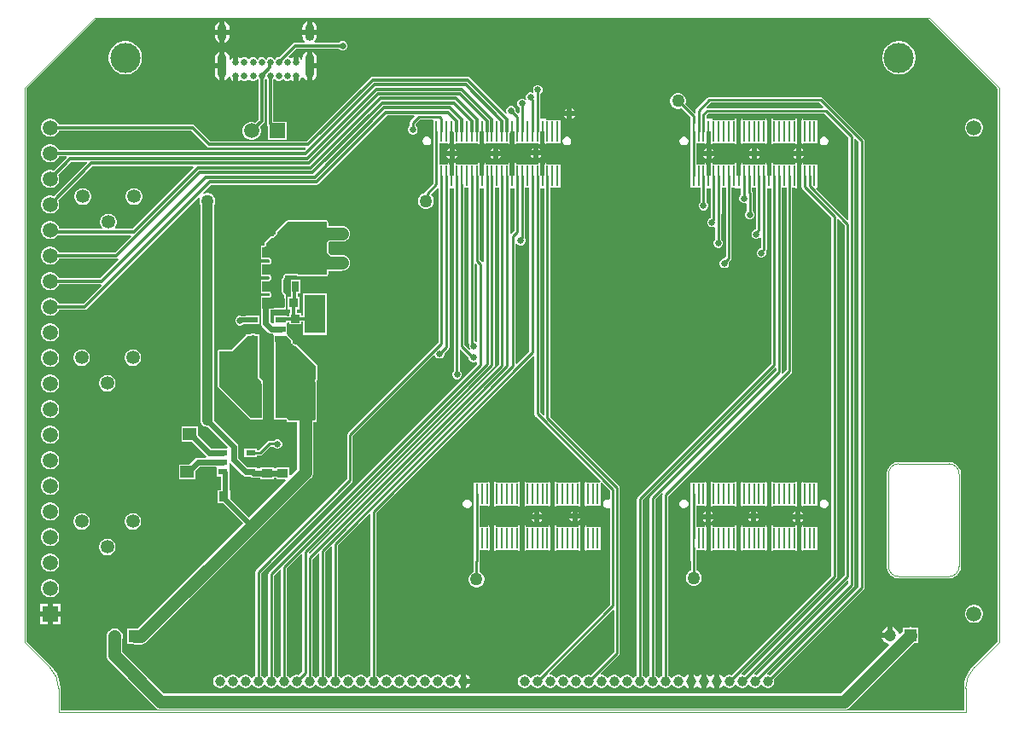
<source format=gbl>
G04*
G04 #@! TF.GenerationSoftware,Altium Limited,Altium Designer,22.7.1 (60)*
G04*
G04 Layer_Physical_Order=4*
G04 Layer_Color=16711680*
%FSLAX44Y44*%
%MOMM*%
G71*
G04*
G04 #@! TF.SameCoordinates,F0A3B908-A9A0-482C-9906-E7527CCB9396*
G04*
G04*
G04 #@! TF.FilePolarity,Positive*
G04*
G01*
G75*
%ADD13C,0.2540*%
%ADD14C,0.0254*%
%ADD22C,0.6500*%
G04:AMPARAMS|DCode=23|XSize=0.9mm|YSize=2.4mm|CornerRadius=0.45mm|HoleSize=0mm|Usage=FLASHONLY|Rotation=0.000|XOffset=0mm|YOffset=0mm|HoleType=Round|Shape=RoundedRectangle|*
%AMROUNDEDRECTD23*
21,1,0.9000,1.5000,0,0,0.0*
21,1,0.0000,2.4000,0,0,0.0*
1,1,0.9000,0.0000,-0.7500*
1,1,0.9000,0.0000,-0.7500*
1,1,0.9000,0.0000,0.7500*
1,1,0.9000,0.0000,0.7500*
%
%ADD23ROUNDEDRECTD23*%
G04:AMPARAMS|DCode=24|XSize=0.9mm|YSize=1.7mm|CornerRadius=0.45mm|HoleSize=0mm|Usage=FLASHONLY|Rotation=0.000|XOffset=0mm|YOffset=0mm|HoleType=Round|Shape=RoundedRectangle|*
%AMROUNDEDRECTD24*
21,1,0.9000,0.8000,0,0,0.0*
21,1,0.0000,1.7000,0,0,0.0*
1,1,0.9000,0.0000,-0.4000*
1,1,0.9000,0.0000,-0.4000*
1,1,0.9000,0.0000,0.4000*
1,1,0.9000,0.0000,0.4000*
%
%ADD24ROUNDEDRECTD24*%
%ADD29C,1.0160*%
%ADD30C,0.5080*%
%ADD31C,0.3048*%
%ADD32C,3.0000*%
%ADD33C,1.3462*%
%ADD34C,1.0000*%
%ADD35C,1.2000*%
%ADD36R,1.2000X1.2000*%
%ADD37C,1.5000*%
%ADD38R,1.5000X1.5000*%
%ADD39C,1.5000*%
%ADD40R,1.5000X1.5000*%
%ADD41C,1.2700*%
%ADD42C,0.6350*%
%ADD44C,1.2700*%
%ADD45R,0.9000X1.0000*%
%ADD46R,0.2500X2.0000*%
%ADD47R,1.3500X1.1500*%
%ADD48R,1.0000X0.9000*%
%ADD49R,0.9525X0.6096*%
%ADD50R,0.8500X0.9500*%
%ADD51R,0.9500X0.8500*%
%ADD52R,0.6500X1.0500*%
%ADD53R,2.0300X3.8000*%
%ADD54R,1.0000X0.6000*%
%ADD55R,3.8000X2.0300*%
%ADD56R,0.9800X3.4000*%
%ADD57C,0.5842*%
%ADD58C,0.7620*%
%ADD59C,0.5588*%
G36*
X966303Y674803D02*
Y126197D01*
X941840Y101734D01*
X941840Y101734D01*
X941793Y101780D01*
X938558Y97992D01*
X935955Y93744D01*
X934048Y89142D01*
X932885Y84297D01*
X932494Y79331D01*
X932560D01*
X932560Y57183D01*
X35926D01*
X35926Y79331D01*
X35992D01*
X35601Y84297D01*
X34438Y89142D01*
X32531Y93744D01*
X29928Y97992D01*
X26693Y101780D01*
X26646Y101734D01*
X2183Y126197D01*
Y674803D01*
X71197Y743817D01*
X897289D01*
X966303Y674803D01*
D02*
G37*
%LPC*%
G36*
X285750Y741628D02*
Y733600D01*
X290311D01*
Y735060D01*
X290069Y736898D01*
X289359Y738610D01*
X288231Y740081D01*
X286760Y741209D01*
X285750Y741628D01*
D02*
G37*
G36*
X280670D02*
X279660Y741209D01*
X278189Y740081D01*
X277061Y738610D01*
X276351Y736898D01*
X276109Y735060D01*
Y733600D01*
X280670D01*
Y741628D01*
D02*
G37*
G36*
X199250D02*
Y733600D01*
X203811D01*
Y735060D01*
X203569Y736898D01*
X202859Y738610D01*
X201731Y740081D01*
X200260Y741209D01*
X199250Y741628D01*
D02*
G37*
G36*
X194170D02*
X193160Y741209D01*
X191689Y740081D01*
X190561Y738610D01*
X189851Y736898D01*
X189609Y735060D01*
Y733600D01*
X194170D01*
Y741628D01*
D02*
G37*
G36*
X203811Y728520D02*
X199250D01*
Y720492D01*
X200260Y720911D01*
X201731Y722039D01*
X202859Y723510D01*
X203569Y725222D01*
X203811Y727060D01*
Y728520D01*
D02*
G37*
G36*
X194170D02*
X189609D01*
Y727060D01*
X189851Y725222D01*
X190561Y723510D01*
X191689Y722039D01*
X193160Y720911D01*
X194170Y720492D01*
Y728520D01*
D02*
G37*
G36*
X290311D02*
X276109D01*
Y727060D01*
X276351Y725222D01*
X277061Y723510D01*
X278189Y722039D01*
X278506Y721796D01*
X278075Y720526D01*
X268761D01*
X267572Y720289D01*
X266564Y719615D01*
X252682Y705734D01*
X251761D01*
X250006Y705007D01*
X249290Y704291D01*
X248460Y703787D01*
X247630Y704291D01*
X246914Y705007D01*
X245160Y705734D01*
X243260D01*
X241506Y705007D01*
X240790Y704291D01*
X239960Y703787D01*
X239130Y704291D01*
X238414Y705007D01*
X236660Y705734D01*
X234760D01*
X233006Y705007D01*
X232290Y704291D01*
X231460Y703787D01*
X230630Y704291D01*
X229914Y705007D01*
X228160Y705734D01*
X226260D01*
X224506Y705007D01*
X223790Y704291D01*
X222960Y703787D01*
X222130Y704291D01*
X221414Y705007D01*
X219660Y705734D01*
X217760D01*
X216006Y705007D01*
X214280Y705078D01*
X213490Y705869D01*
X212750Y706175D01*
Y700960D01*
X207670D01*
Y706175D01*
X206930Y705869D01*
X205301Y704240D01*
X205081Y703707D01*
X203811Y703960D01*
Y704760D01*
X203569Y706598D01*
X202859Y708310D01*
X201731Y709781D01*
X200260Y710909D01*
X199250Y711328D01*
Y697260D01*
Y683192D01*
X200260Y683611D01*
X201731Y684739D01*
X202859Y686210D01*
X203150Y686911D01*
X204420Y686658D01*
Y686308D01*
X205301Y684180D01*
X206930Y682551D01*
X207670Y682245D01*
Y687460D01*
X212750D01*
Y682245D01*
X213490Y682551D01*
X214280Y683342D01*
X216006Y683413D01*
X217760Y682686D01*
X219660D01*
X221414Y683413D01*
X222130Y684129D01*
X222960Y684633D01*
X223790Y684129D01*
X224506Y683413D01*
X226260Y682686D01*
X228160D01*
X229914Y683413D01*
X230630Y684129D01*
X231460Y684633D01*
X232290Y684129D01*
X232602Y683816D01*
Y644093D01*
X229626Y641117D01*
X229289Y641311D01*
X226994Y641926D01*
X224618D01*
X222323Y641311D01*
X220265Y640123D01*
X218585Y638443D01*
X217397Y636385D01*
X216782Y634090D01*
Y631714D01*
X217397Y629419D01*
X218585Y627361D01*
X220265Y625681D01*
X222323Y624493D01*
X224618Y623878D01*
X226994D01*
X229289Y624493D01*
X231347Y625681D01*
X233027Y627361D01*
X234215Y629419D01*
X234830Y631714D01*
Y634090D01*
X234215Y636385D01*
X234021Y636722D01*
X237908Y640609D01*
X238581Y641617D01*
X238818Y642806D01*
Y683816D01*
X239130Y684129D01*
X239960Y684633D01*
X240790Y684129D01*
X241102Y683816D01*
Y639898D01*
X241339Y638709D01*
X242013Y637700D01*
X242182Y637531D01*
Y623878D01*
X260230D01*
Y641926D01*
X247318D01*
Y683816D01*
X247630Y684129D01*
X248460Y684633D01*
X249290Y684129D01*
X250006Y683413D01*
X251761Y682686D01*
X253660D01*
X255414Y683413D01*
X256130Y684129D01*
X256960Y684633D01*
X257790Y684129D01*
X258506Y683413D01*
X260260Y682686D01*
X262160D01*
X263914Y683413D01*
X265640Y683342D01*
X266430Y682551D01*
X267170Y682245D01*
Y687460D01*
X272250D01*
Y682245D01*
X272990Y682551D01*
X274619Y684180D01*
X275500Y686308D01*
Y686658D01*
X276770Y686911D01*
X277061Y686210D01*
X278189Y684739D01*
X279660Y683611D01*
X280670Y683192D01*
Y697260D01*
Y711328D01*
X279660Y710909D01*
X278189Y709781D01*
X277061Y708310D01*
X276351Y706598D01*
X276109Y704760D01*
Y703960D01*
X274839Y703707D01*
X274619Y704240D01*
X272990Y705869D01*
X272250Y706175D01*
Y700960D01*
X267170D01*
Y706175D01*
X266430Y705869D01*
X265640Y705078D01*
X263914Y705007D01*
X262944Y705409D01*
X262646Y706907D01*
X270049Y714310D01*
X312591D01*
X313467Y713434D01*
X315194Y712719D01*
X317063D01*
X318790Y713434D01*
X320112Y714756D01*
X320827Y716483D01*
Y718353D01*
X320112Y720080D01*
X318790Y721402D01*
X317063Y722117D01*
X315194D01*
X313467Y721402D01*
X312591Y720526D01*
X288345D01*
X287914Y721796D01*
X288231Y722039D01*
X289359Y723510D01*
X290069Y725222D01*
X290311Y727060D01*
Y728520D01*
D02*
G37*
G36*
X285750Y711328D02*
Y699800D01*
X290311D01*
Y704760D01*
X290069Y706598D01*
X289359Y708310D01*
X288231Y709781D01*
X286760Y710909D01*
X285750Y711328D01*
D02*
G37*
G36*
X194170D02*
X193160Y710909D01*
X191689Y709781D01*
X190561Y708310D01*
X189851Y706598D01*
X189609Y704760D01*
Y699800D01*
X194170D01*
Y711328D01*
D02*
G37*
G36*
X869613Y722024D02*
X866358D01*
X863166Y721389D01*
X860159Y720143D01*
X857453Y718335D01*
X855151Y716033D01*
X853343Y713327D01*
X852097Y710320D01*
X851462Y707128D01*
Y703873D01*
X852097Y700680D01*
X853343Y697673D01*
X855151Y694967D01*
X857453Y692665D01*
X860159Y690857D01*
X863166Y689611D01*
X866358Y688976D01*
X869613D01*
X872806Y689611D01*
X875813Y690857D01*
X878519Y692665D01*
X880821Y694967D01*
X882629Y697673D01*
X883875Y700680D01*
X884510Y703873D01*
Y707128D01*
X883875Y710320D01*
X882629Y713327D01*
X880821Y716033D01*
X878519Y718335D01*
X875813Y720143D01*
X872806Y721389D01*
X869613Y722024D01*
D02*
G37*
G36*
X102128D02*
X98872D01*
X95680Y721389D01*
X92673Y720143D01*
X89967Y718335D01*
X87665Y716033D01*
X85857Y713327D01*
X84611Y710320D01*
X83976Y707128D01*
Y703873D01*
X84611Y700680D01*
X85857Y697673D01*
X87665Y694967D01*
X89967Y692665D01*
X92673Y690857D01*
X95680Y689611D01*
X98872Y688976D01*
X102128D01*
X105320Y689611D01*
X108327Y690857D01*
X111033Y692665D01*
X113335Y694967D01*
X115143Y697673D01*
X116389Y700680D01*
X117024Y703873D01*
Y707128D01*
X116389Y710320D01*
X115143Y713327D01*
X113335Y716033D01*
X111033Y718335D01*
X108327Y720143D01*
X105320Y721389D01*
X102128Y722024D01*
D02*
G37*
G36*
X290311Y694720D02*
X285750D01*
Y683192D01*
X286760Y683611D01*
X288231Y684739D01*
X289359Y686210D01*
X290069Y687922D01*
X290311Y689760D01*
Y694720D01*
D02*
G37*
G36*
X194170D02*
X189609D01*
Y689760D01*
X189851Y687922D01*
X190561Y686210D01*
X191689Y684739D01*
X193160Y683611D01*
X194170Y683192D01*
Y694720D01*
D02*
G37*
G36*
X543829Y655455D02*
Y652861D01*
X546423D01*
X546134Y653559D01*
X544526Y655166D01*
X543829Y655455D01*
D02*
G37*
G36*
X538749D02*
X538052Y655166D01*
X536444Y653559D01*
X536156Y652861D01*
X538749D01*
Y655455D01*
D02*
G37*
G36*
X546423Y647781D02*
X543829D01*
Y645188D01*
X544526Y645476D01*
X546134Y647084D01*
X546423Y647781D01*
D02*
G37*
G36*
X538749D02*
X536156D01*
X536444Y647084D01*
X538052Y645476D01*
X538749Y645188D01*
Y647781D01*
D02*
G37*
G36*
X766701Y644889D02*
X765451D01*
Y643873D01*
X743031D01*
Y644889D01*
X741781D01*
Y643873D01*
X741466D01*
Y632349D01*
Y620824D01*
X741781D01*
Y619809D01*
X743031D01*
Y620825D01*
X765451D01*
Y619809D01*
X766701D01*
Y620824D01*
X767015D01*
Y632349D01*
Y643873D01*
X766701D01*
Y644889D01*
D02*
G37*
G36*
X736701D02*
X735451D01*
Y643873D01*
X713031D01*
Y644889D01*
X711781D01*
Y643873D01*
X711466D01*
Y632349D01*
Y620824D01*
X711781D01*
Y619809D01*
X713031D01*
Y620825D01*
X735451D01*
Y619809D01*
X736701D01*
Y620824D01*
X737015D01*
Y632349D01*
Y643873D01*
X736701D01*
Y644889D01*
D02*
G37*
G36*
X943774Y645154D02*
X941398D01*
X939103Y644539D01*
X937045Y643351D01*
X935365Y641671D01*
X934177Y639613D01*
X933562Y637318D01*
Y634942D01*
X934177Y632647D01*
X935365Y630589D01*
X937045Y628909D01*
X939103Y627721D01*
X941398Y627106D01*
X943774D01*
X946069Y627721D01*
X948127Y628909D01*
X949807Y630589D01*
X950995Y632647D01*
X951610Y634942D01*
Y637318D01*
X950995Y639613D01*
X949807Y641671D01*
X948127Y643351D01*
X946069Y644539D01*
X943774Y645154D01*
D02*
G37*
G36*
X773031Y644889D02*
X771781D01*
Y643873D01*
X771466D01*
Y632349D01*
Y620824D01*
X771781D01*
Y619809D01*
X773031D01*
Y620825D01*
X787015D01*
Y643873D01*
X773031D01*
Y644889D01*
D02*
G37*
G36*
X794591Y627123D02*
X792890D01*
X791320Y626472D01*
X790117Y625270D01*
X789467Y623699D01*
Y621999D01*
X790117Y620428D01*
X791320Y619226D01*
X792890Y618575D01*
X794591D01*
X796162Y619226D01*
X797364Y620428D01*
X798015Y621999D01*
Y623699D01*
X797364Y625270D01*
X796162Y626472D01*
X794591Y627123D01*
D02*
G37*
G36*
X655591D02*
X653891D01*
X652320Y626472D01*
X651117Y625270D01*
X650467Y623699D01*
Y621999D01*
X651117Y620428D01*
X652320Y619226D01*
X653891Y618575D01*
X655591D01*
X657162Y619226D01*
X658364Y620428D01*
X659015Y621999D01*
Y623699D01*
X658364Y625270D01*
X657162Y626472D01*
X655591Y627123D01*
D02*
G37*
G36*
X539591D02*
X537891D01*
X536320Y626472D01*
X535117Y625270D01*
X534467Y623699D01*
Y621999D01*
X535117Y620428D01*
X536320Y619226D01*
X537891Y618575D01*
X539591D01*
X541162Y619226D01*
X542364Y620428D01*
X543015Y621999D01*
Y623699D01*
X542364Y625270D01*
X541162Y626472D01*
X539591Y627123D01*
D02*
G37*
G36*
X400591D02*
X398890D01*
X397320Y626472D01*
X396117Y625270D01*
X395467Y623699D01*
Y621999D01*
X396117Y620428D01*
X397320Y619226D01*
X398890Y618575D01*
X400591D01*
X402162Y619226D01*
X403364Y620428D01*
X404015Y621999D01*
Y623699D01*
X403364Y625270D01*
X402162Y626472D01*
X400591Y627123D01*
D02*
G37*
G36*
X510281Y616100D02*
Y613507D01*
X512875D01*
X512586Y614204D01*
X510978Y615812D01*
X510281Y616100D01*
D02*
G37*
G36*
X505201D02*
X504504Y615812D01*
X502896Y614204D01*
X502607Y613507D01*
X505201D01*
Y616100D01*
D02*
G37*
G36*
X770926Y615455D02*
Y612861D01*
X773519D01*
X773231Y613559D01*
X771623Y615166D01*
X770926Y615455D01*
D02*
G37*
G36*
X765846D02*
X765148Y615166D01*
X763541Y613559D01*
X763252Y612861D01*
X765846D01*
Y615455D01*
D02*
G37*
G36*
X727055D02*
Y612861D01*
X729649D01*
X729360Y613559D01*
X727752Y615166D01*
X727055Y615455D01*
D02*
G37*
G36*
X721975D02*
X721277Y615166D01*
X719670Y613559D01*
X719381Y612861D01*
X721975D01*
Y615455D01*
D02*
G37*
G36*
X681893D02*
Y612861D01*
X684487D01*
X684198Y613559D01*
X682591Y615166D01*
X681893Y615455D01*
D02*
G37*
G36*
X676814D02*
X676116Y615166D01*
X674509Y613559D01*
X674220Y612861D01*
X676814D01*
Y615455D01*
D02*
G37*
G36*
X470281D02*
Y612861D01*
X472875D01*
X472586Y613559D01*
X470978Y615166D01*
X470281Y615455D01*
D02*
G37*
G36*
X465201D02*
X464504Y615166D01*
X462896Y613559D01*
X462607Y612861D01*
X465201D01*
Y615455D01*
D02*
G37*
G36*
X427055D02*
Y612861D01*
X429649D01*
X429360Y613559D01*
X427753Y615166D01*
X427055Y615455D01*
D02*
G37*
G36*
X421975D02*
X421278Y615166D01*
X419670Y613559D01*
X419381Y612861D01*
X421975D01*
Y615455D01*
D02*
G37*
G36*
X512875Y608427D02*
X510281D01*
Y605833D01*
X510978Y606122D01*
X512586Y607729D01*
X512875Y608427D01*
D02*
G37*
G36*
X505201D02*
X502607D01*
X502896Y607729D01*
X504504Y606122D01*
X505201Y605833D01*
Y608427D01*
D02*
G37*
G36*
X773519Y607781D02*
X770926D01*
Y605188D01*
X771623Y605476D01*
X773231Y607084D01*
X773519Y607781D01*
D02*
G37*
G36*
X765846D02*
X763252D01*
X763541Y607084D01*
X765148Y605476D01*
X765846Y605188D01*
Y607781D01*
D02*
G37*
G36*
X729649D02*
X727055D01*
Y605188D01*
X727752Y605476D01*
X729360Y607084D01*
X729649Y607781D01*
D02*
G37*
G36*
X721975D02*
X719381D01*
X719670Y607084D01*
X721277Y605476D01*
X721975Y605188D01*
Y607781D01*
D02*
G37*
G36*
X684487D02*
X681893D01*
Y605188D01*
X682591Y605476D01*
X684198Y607084D01*
X684487Y607781D01*
D02*
G37*
G36*
X676814D02*
X674220D01*
X674509Y607084D01*
X676116Y605476D01*
X676814Y605188D01*
Y607781D01*
D02*
G37*
G36*
X472875D02*
X470281D01*
Y605188D01*
X470978Y605476D01*
X472586Y607084D01*
X472875Y607781D01*
D02*
G37*
G36*
X465201D02*
X462607D01*
X462896Y607084D01*
X464504Y605476D01*
X465201Y605188D01*
Y607781D01*
D02*
G37*
G36*
X429649D02*
X427055D01*
Y605188D01*
X427753Y605476D01*
X429360Y607084D01*
X429649Y607781D01*
D02*
G37*
G36*
X421975D02*
X419381D01*
X419670Y607084D01*
X421278Y605476D01*
X421975Y605188D01*
Y607781D01*
D02*
G37*
G36*
X59507Y576005D02*
X57333D01*
X55234Y575442D01*
X53351Y574356D01*
X51814Y572819D01*
X50728Y570936D01*
X50165Y568837D01*
Y566663D01*
X50728Y564564D01*
X51814Y562681D01*
X53351Y561144D01*
X55234Y560057D01*
X57333Y559495D01*
X59507D01*
X61606Y560057D01*
X63488Y561144D01*
X65026Y562681D01*
X66112Y564564D01*
X66675Y566663D01*
Y568837D01*
X66112Y570936D01*
X65026Y572819D01*
X63488Y574356D01*
X61606Y575442D01*
X59507Y576005D01*
D02*
G37*
G36*
X110307Y576005D02*
X108133D01*
X106034Y575442D01*
X104151Y574356D01*
X102614Y572818D01*
X101528Y570936D01*
X100965Y568837D01*
Y566663D01*
X101528Y564563D01*
X102614Y562681D01*
X104151Y561144D01*
X106034Y560057D01*
X108133Y559495D01*
X110307D01*
X112406Y560057D01*
X114289Y561144D01*
X115826Y562681D01*
X116912Y564563D01*
X117475Y566663D01*
Y568837D01*
X116912Y570936D01*
X115826Y572818D01*
X114289Y574356D01*
X112406Y575442D01*
X110307Y576005D01*
D02*
G37*
G36*
X440198Y686525D02*
X345830D01*
X344641Y686289D01*
X343632Y685615D01*
X280479Y622461D01*
X185210D01*
X169344Y638327D01*
X168336Y639001D01*
X167146Y639238D01*
X34410D01*
X34309Y639613D01*
X33121Y641671D01*
X31441Y643351D01*
X29383Y644539D01*
X27088Y645154D01*
X24712D01*
X22417Y644539D01*
X20359Y643351D01*
X18679Y641671D01*
X17491Y639613D01*
X16876Y637318D01*
Y634942D01*
X17491Y632647D01*
X18679Y630589D01*
X20359Y628909D01*
X22417Y627721D01*
X24712Y627106D01*
X27088D01*
X29383Y627721D01*
X31441Y628909D01*
X33121Y630589D01*
X34309Y632647D01*
X34410Y633022D01*
X165859D01*
X181725Y617156D01*
X182733Y616482D01*
X183923Y616246D01*
X279070D01*
X279556Y615073D01*
X278321Y613838D01*
X34410D01*
X34309Y614213D01*
X33121Y616271D01*
X31441Y617951D01*
X29383Y619139D01*
X27088Y619754D01*
X24712D01*
X22417Y619139D01*
X20359Y617951D01*
X18679Y616271D01*
X17491Y614213D01*
X16876Y611918D01*
Y609542D01*
X17491Y607247D01*
X18679Y605189D01*
X20359Y603509D01*
X22417Y602321D01*
X24712Y601706D01*
X27088D01*
X29383Y602321D01*
X31441Y603509D01*
X33121Y605189D01*
X34309Y607247D01*
X34410Y607622D01*
X42138D01*
X42624Y606449D01*
X29720Y593545D01*
X29383Y593739D01*
X27088Y594354D01*
X24712D01*
X22417Y593739D01*
X20359Y592551D01*
X18679Y590871D01*
X17491Y588813D01*
X16876Y586518D01*
Y584142D01*
X17491Y581847D01*
X18679Y579789D01*
X20359Y578109D01*
X22417Y576921D01*
X24712Y576306D01*
X27088D01*
X29383Y576921D01*
X31441Y578109D01*
X33121Y579789D01*
X34309Y581847D01*
X34924Y584142D01*
Y586518D01*
X34309Y588813D01*
X34115Y589150D01*
X47297Y602332D01*
X62247D01*
X62733Y601158D01*
X29720Y568145D01*
X29383Y568339D01*
X27088Y568954D01*
X24712D01*
X22417Y568339D01*
X20359Y567151D01*
X18679Y565471D01*
X17491Y563413D01*
X16876Y561118D01*
Y558742D01*
X17491Y556447D01*
X18679Y554389D01*
X20359Y552709D01*
X22417Y551521D01*
X24712Y550906D01*
X27088D01*
X29383Y551521D01*
X31441Y552709D01*
X33121Y554389D01*
X34309Y556447D01*
X34924Y558742D01*
Y561118D01*
X34309Y563413D01*
X34115Y563750D01*
X68125Y597760D01*
X167821D01*
X168307Y596586D01*
X107399Y535679D01*
X90619D01*
X90093Y536949D01*
X90425Y537281D01*
X91512Y539164D01*
X92075Y541263D01*
Y543437D01*
X91512Y545536D01*
X90425Y547419D01*
X88889Y548955D01*
X87006Y550042D01*
X84907Y550605D01*
X82733D01*
X80633Y550042D01*
X78751Y548955D01*
X77214Y547419D01*
X76127Y545536D01*
X75565Y543437D01*
Y541263D01*
X76127Y539164D01*
X77214Y537281D01*
X77547Y536949D01*
X77021Y535679D01*
X34924D01*
Y535718D01*
X34309Y538013D01*
X33121Y540071D01*
X31441Y541751D01*
X29383Y542939D01*
X27088Y543554D01*
X24712D01*
X22417Y542939D01*
X20359Y541751D01*
X18679Y540071D01*
X17491Y538013D01*
X16876Y535718D01*
Y533342D01*
X17491Y531047D01*
X18679Y528989D01*
X20359Y527309D01*
X22417Y526121D01*
X24712Y525506D01*
X27088D01*
X29383Y526121D01*
X31441Y527309D01*
X33121Y528989D01*
X33395Y529463D01*
X105990D01*
X106476Y528290D01*
X90424Y512238D01*
X34410D01*
X34309Y512613D01*
X33121Y514671D01*
X31441Y516351D01*
X29383Y517539D01*
X27088Y518154D01*
X24712D01*
X22417Y517539D01*
X20359Y516351D01*
X18679Y514671D01*
X17491Y512613D01*
X16876Y510318D01*
Y507942D01*
X17491Y505647D01*
X18679Y503589D01*
X20359Y501909D01*
X22417Y500721D01*
X24712Y500106D01*
X27088D01*
X29383Y500721D01*
X31441Y501909D01*
X33121Y503589D01*
X34309Y505647D01*
X34410Y506022D01*
X91712D01*
X92901Y506259D01*
X93115Y506402D01*
X93925Y505415D01*
X75347Y486838D01*
X34410D01*
X34309Y487213D01*
X33121Y489271D01*
X31441Y490951D01*
X29383Y492139D01*
X27088Y492754D01*
X24712D01*
X22417Y492139D01*
X20359Y490951D01*
X18679Y489271D01*
X17491Y487213D01*
X16876Y484918D01*
Y482542D01*
X17491Y480247D01*
X18679Y478189D01*
X20359Y476509D01*
X22417Y475321D01*
X24712Y474706D01*
X27088D01*
X29383Y475321D01*
X31441Y476509D01*
X33121Y478189D01*
X34309Y480247D01*
X34410Y480622D01*
X76368D01*
X76786Y479982D01*
X76927Y479386D01*
X58979Y461438D01*
X34410D01*
X34309Y461813D01*
X33121Y463871D01*
X31441Y465551D01*
X29383Y466739D01*
X27088Y467354D01*
X24712D01*
X22417Y466739D01*
X20359Y465551D01*
X18679Y463871D01*
X17491Y461813D01*
X16876Y459518D01*
Y457142D01*
X17491Y454847D01*
X18679Y452789D01*
X20359Y451109D01*
X22417Y449921D01*
X24712Y449306D01*
X27088D01*
X29383Y449921D01*
X31441Y451109D01*
X33121Y452789D01*
X34309Y454847D01*
X34410Y455222D01*
X60266D01*
X61456Y455459D01*
X62464Y456133D01*
X173864Y567532D01*
X174880Y566752D01*
X174598Y566264D01*
X174061Y564261D01*
Y562188D01*
X174598Y560185D01*
X175274Y559014D01*
Y345580D01*
X175501Y343856D01*
X176166Y342249D01*
X177225Y340870D01*
X178605Y339811D01*
X180211Y339146D01*
X181935Y338919D01*
X182157Y338948D01*
X202092Y319014D01*
X201606Y317840D01*
X191133D01*
Y317800D01*
X185771D01*
X172790Y330781D01*
Y339169D01*
X156242D01*
Y324621D01*
X166132D01*
X180689Y310064D01*
X180689Y310064D01*
X180554Y308626D01*
X180371Y308402D01*
X172250D01*
X170515Y308057D01*
X169045Y307075D01*
X163800Y301830D01*
X153661D01*
Y287282D01*
X170209D01*
Y295420D01*
X174127Y299338D01*
X189984D01*
X191133Y299044D01*
Y289900D01*
X195743D01*
Y276201D01*
X192339D01*
Y263153D01*
X197438D01*
X217163Y243428D01*
X112628Y138893D01*
X110000D01*
X107944Y138623D01*
X107589Y138475D01*
X102476D01*
Y133363D01*
X102329Y133007D01*
X102058Y130951D01*
X102329Y128896D01*
X102476Y128540D01*
Y123427D01*
X107589D01*
X107944Y123280D01*
X110000Y123010D01*
X115918D01*
X115918Y123010D01*
X116945Y123145D01*
X117973Y123280D01*
X119889Y124073D01*
X121533Y125336D01*
X231324Y235126D01*
X284486Y288288D01*
X285748Y289933D01*
X286542Y291849D01*
X286677Y292876D01*
X286812Y293904D01*
X286812Y293904D01*
Y343856D01*
X287141Y343991D01*
X290544D01*
Y385039D01*
X290490Y385171D01*
X290502Y385234D01*
X290717Y385752D01*
Y386080D01*
X290842Y386384D01*
Y399671D01*
X290717Y399974D01*
Y400302D01*
X290485Y400863D01*
X290253Y401095D01*
X290127Y401398D01*
X271145Y420380D01*
X270842Y420505D01*
X270610Y420737D01*
X270049Y420970D01*
X269596D01*
X269593Y420970D01*
X269540Y421009D01*
X268335Y421295D01*
X268233Y421368D01*
X268039Y421414D01*
X267899Y421555D01*
X267783Y421603D01*
X266926Y422460D01*
X266878Y422576D01*
X266737Y422717D01*
X266691Y422910D01*
X266618Y423012D01*
X266332Y424217D01*
X266293Y424271D01*
X266293Y424273D01*
Y424726D01*
X266060Y425287D01*
X265828Y425519D01*
X265703Y425822D01*
X261225Y430300D01*
X260878Y431427D01*
X260878Y432120D01*
Y439657D01*
X260878Y440475D01*
X260878Y441969D01*
X261649Y442740D01*
X262919Y442560D01*
Y440725D01*
X275467D01*
Y443391D01*
X276874D01*
Y430443D01*
X300222D01*
Y471491D01*
X276874D01*
Y449607D01*
X275467D01*
Y452273D01*
X270414D01*
Y455661D01*
X273080D01*
Y468209D01*
X271414D01*
Y471935D01*
X274080D01*
Y485483D01*
X264532D01*
Y471935D01*
X265198D01*
Y468209D01*
X261532D01*
Y455661D01*
X264198D01*
Y452273D01*
X262919D01*
Y449083D01*
X260878D01*
Y449975D01*
X247830D01*
Y441930D01*
X246560Y441404D01*
X244161Y443804D01*
Y455124D01*
X247188D01*
X247491Y455249D01*
X247819D01*
X248629Y455585D01*
X248705Y455661D01*
X260080D01*
Y468209D01*
X260080D01*
X259647Y469299D01*
X259571Y469741D01*
X259571Y469749D01*
X259525Y469880D01*
X259541Y470199D01*
X259478Y470378D01*
X259391Y470474D01*
X259382Y470527D01*
X259346Y470552D01*
X259318Y470714D01*
X258748Y471616D01*
X258613Y471711D01*
X258606Y471754D01*
X258562Y471785D01*
X258513Y471904D01*
X258378Y472038D01*
X258084Y472161D01*
X257986Y472258D01*
X257978Y472262D01*
X257978D01*
X257977Y472262D01*
X257868Y472339D01*
X257811Y472430D01*
X257633Y472555D01*
X257543Y472753D01*
X257464Y472827D01*
X257216Y473374D01*
X257215Y473401D01*
X257090Y473675D01*
Y473977D01*
X257080Y474001D01*
Y484570D01*
X257107Y484592D01*
X257146Y484661D01*
X257158Y484762D01*
X257230Y484835D01*
X257271Y484934D01*
X257303Y484944D01*
X257371Y485004D01*
X257393Y485048D01*
X257438Y485063D01*
X257514Y485130D01*
X257571Y485246D01*
X257617Y485274D01*
X257641Y485306D01*
X257678Y485463D01*
X257943Y485722D01*
X258424Y486850D01*
X258427Y487060D01*
X258536Y487239D01*
X258607Y487685D01*
X258560Y487881D01*
X258616Y488054D01*
X259184Y488981D01*
X259314Y489110D01*
X259491Y489152D01*
X270718D01*
X270718Y489152D01*
X271046D01*
X271902Y488798D01*
X272230D01*
X272534Y488672D01*
X299833D01*
X300136Y488798D01*
X300464Y488798D01*
X300696Y488894D01*
X300928Y489126D01*
X300999Y489155D01*
X301028Y489226D01*
X301256Y489454D01*
X301327Y489483D01*
X301357Y489554D01*
X301589Y489786D01*
X301685Y490018D01*
X301685Y490346D01*
X301810Y490650D01*
Y493993D01*
X315483D01*
X315999Y494061D01*
X316520D01*
X317023Y494195D01*
X317539Y494263D01*
X318020Y494462D01*
X318522Y494597D01*
X318973Y494857D01*
X319454Y495057D01*
X319867Y495373D01*
X320318Y495634D01*
X320686Y496002D01*
X321099Y496319D01*
X321416Y496732D01*
X321784Y497100D01*
X322044Y497551D01*
X322361Y497963D01*
X322560Y498444D01*
X322821Y498895D01*
X322955Y499398D01*
X323155Y499879D01*
X323223Y500395D01*
X323357Y500898D01*
Y501418D01*
X323425Y501935D01*
X323357Y502451D01*
Y502971D01*
X323223Y503474D01*
X323155Y503990D01*
X322955Y504471D01*
X322821Y504974D01*
X322560Y505425D01*
X322361Y505905D01*
X322044Y506318D01*
X321784Y506769D01*
X321416Y507137D01*
X321099Y507550D01*
X320686Y507867D01*
X320318Y508235D01*
X319867Y508495D01*
X319454Y508812D01*
X318973Y509012D01*
X318522Y509272D01*
X318020Y509407D01*
X317539Y509606D01*
X317023Y509674D01*
X316520Y509809D01*
X315999D01*
X315483Y509876D01*
X304579D01*
X301810Y512645D01*
Y522191D01*
X302644Y523025D01*
X315483D01*
X315999Y523093D01*
X316520D01*
X317023Y523227D01*
X317539Y523295D01*
X318020Y523495D01*
X318522Y523629D01*
X318973Y523890D01*
X319454Y524089D01*
X319867Y524406D01*
X320318Y524666D01*
X320686Y525034D01*
X321099Y525351D01*
X321416Y525764D01*
X321784Y526132D01*
X322044Y526583D01*
X322361Y526996D01*
X322560Y527477D01*
X322821Y527927D01*
X322955Y528430D01*
X323155Y528911D01*
X323223Y529427D01*
X323357Y529930D01*
Y530451D01*
X323425Y530967D01*
X323357Y531483D01*
Y532003D01*
X323223Y532506D01*
X323155Y533022D01*
X322955Y533503D01*
X322821Y534006D01*
X322560Y534457D01*
X322361Y534938D01*
X322044Y535351D01*
X321784Y535801D01*
X321416Y536169D01*
X321099Y536582D01*
X320686Y536899D01*
X320318Y537267D01*
X319867Y537528D01*
X319454Y537845D01*
X318973Y538044D01*
X318522Y538304D01*
X318020Y538439D01*
X317539Y538638D01*
X317023Y538706D01*
X316520Y538841D01*
X315999D01*
X315483Y538909D01*
X301810D01*
Y542251D01*
X301685Y542555D01*
X301685Y542883D01*
X301589Y543115D01*
X301357Y543347D01*
X301327Y543418D01*
X301256Y543447D01*
X301028Y543675D01*
X300999Y543746D01*
X300928Y543775D01*
X300696Y544007D01*
X300464Y544104D01*
X300136Y544104D01*
X299833Y544229D01*
X261779D01*
X261476Y544104D01*
X261148D01*
X260588Y543871D01*
X260356Y543639D01*
X260053Y543514D01*
X250327Y533788D01*
X250095Y533556D01*
X250095Y533556D01*
X250095D01*
X249969Y533253D01*
X249737Y533021D01*
Y532693D01*
X249612Y532390D01*
X249612Y532390D01*
X249612Y532390D01*
X249615Y532383D01*
X249737Y532086D01*
Y531758D01*
X249770Y531679D01*
X249763Y531642D01*
X249796Y531476D01*
X249731Y531320D01*
Y531283D01*
X249133Y530388D01*
X249098Y530374D01*
X248979Y530254D01*
X248813Y530221D01*
X248782Y530200D01*
X247842D01*
Y529260D01*
X247821Y529229D01*
X247788Y529063D01*
X247668Y528943D01*
X247654Y528909D01*
X246759Y528311D01*
X246722D01*
X246565Y528246D01*
X246400Y528279D01*
X246363Y528272D01*
X246284Y528305D01*
X245956D01*
X245652Y528430D01*
X245652D01*
X245349Y528305D01*
X245021D01*
X244789Y528073D01*
X244486Y527947D01*
X241706Y525167D01*
X238925Y522387D01*
X238800Y522084D01*
X238568Y521852D01*
X238568Y521524D01*
X238442Y521220D01*
X238568Y520917D01*
X238568Y520589D01*
X238601Y520510D01*
X238593Y520473D01*
X238626Y520307D01*
X238562Y520151D01*
Y520113D01*
X237964Y519219D01*
X237929Y519204D01*
X237810Y519085D01*
X237644Y519052D01*
X237613Y519031D01*
X234855D01*
Y505483D01*
X243156D01*
X243769Y504467D01*
Y503273D01*
X243156Y502257D01*
X234855D01*
Y488709D01*
X243023D01*
X243123Y488680D01*
X243197Y488606D01*
X243786Y487533D01*
X243786Y487533D01*
X243852Y487077D01*
X243789Y486830D01*
X243797Y486775D01*
X243766Y486729D01*
X243719Y486478D01*
X243195Y485677D01*
X243124Y485658D01*
X243095Y485636D01*
X243060Y485641D01*
X243018Y485630D01*
X242929Y485561D01*
X242817D01*
X242627Y485483D01*
X234855D01*
Y471935D01*
X242669D01*
X243627Y471193D01*
X243715Y470970D01*
X243711Y470678D01*
X243716Y470665D01*
X243711Y470653D01*
Y470642D01*
X243769Y470502D01*
Y469725D01*
X243769Y469725D01*
Y469037D01*
X243673Y468805D01*
X243441Y468709D01*
X234855D01*
Y455161D01*
X235096D01*
Y441926D01*
X235441Y440192D01*
X236424Y438722D01*
X242320Y432825D01*
X242320Y432825D01*
X243791Y431843D01*
X245525Y431498D01*
X245525Y431498D01*
X246777D01*
X247418Y431179D01*
X247760Y430260D01*
X247755Y430188D01*
X247544Y429677D01*
Y423870D01*
X247830Y423178D01*
Y421927D01*
X248189D01*
Y383039D01*
X248167D01*
Y345991D01*
X260054D01*
X260286Y345895D01*
X260382Y345663D01*
Y345489D01*
X260507Y345186D01*
X260508Y344857D01*
X260604Y344625D01*
X260835Y344393D01*
X260865Y344322D01*
X260936Y344293D01*
X261164Y344065D01*
X261193Y343994D01*
X261264Y343965D01*
X261496Y343733D01*
X261728Y343637D01*
X262056Y343637D01*
X262360Y343511D01*
X265852D01*
X266155Y343637D01*
X266484D01*
X267340Y343991D01*
X270600D01*
X270928Y343856D01*
Y297194D01*
X264471Y290736D01*
X263298Y291222D01*
Y299273D01*
X250250D01*
Y297782D01*
X247814D01*
Y299273D01*
X234766D01*
Y297782D01*
X231264D01*
Y299044D01*
X227003D01*
X226565Y299131D01*
X222029D01*
X212682Y308479D01*
Y319364D01*
X212683Y319364D01*
X212337Y321099D01*
X211355Y322569D01*
X188567Y345357D01*
X188596Y345580D01*
Y559014D01*
X189272Y560185D01*
X189809Y562188D01*
Y564261D01*
X189272Y566264D01*
X188236Y568059D01*
X186770Y569525D01*
X184974Y570562D01*
X182972Y571099D01*
X180898D01*
X178896Y570562D01*
X178407Y570280D01*
X177628Y571296D01*
X185803Y579472D01*
X290322D01*
X291511Y579708D01*
X292519Y580382D01*
X360443Y648306D01*
X387134D01*
X387620Y647132D01*
X383791Y643303D01*
X383174Y642379D01*
X382957Y641289D01*
X382957Y641289D01*
Y637989D01*
X381822Y636854D01*
X381107Y635127D01*
Y633258D01*
X381822Y631530D01*
X383144Y630209D01*
X384871Y629493D01*
X386740D01*
X388467Y630209D01*
X389789Y631530D01*
X390505Y633258D01*
Y635127D01*
X389789Y636854D01*
X388654Y637989D01*
Y640109D01*
X392792Y644247D01*
X405351D01*
X406467Y643873D01*
Y632725D01*
X406392Y632349D01*
Y588349D01*
Y580819D01*
X398638Y573065D01*
X398021Y572141D01*
X397814Y571099D01*
X397672D01*
X395670Y570562D01*
X393874Y569525D01*
X392408Y568059D01*
X391371Y566264D01*
X390835Y564261D01*
Y562188D01*
X391371Y560185D01*
X392408Y558390D01*
X393874Y556924D01*
X395670Y555887D01*
X397672Y555351D01*
X399745D01*
X401748Y555887D01*
X403544Y556924D01*
X405010Y558390D01*
X406046Y560185D01*
X406583Y562188D01*
Y564261D01*
X406046Y566264D01*
X405010Y568059D01*
X403544Y569525D01*
X404212Y570582D01*
X410122Y576491D01*
X411392Y576020D01*
Y423217D01*
X321310Y333135D01*
X320693Y332211D01*
X320476Y331121D01*
X320476Y331121D01*
Y287085D01*
X230395Y197004D01*
X229777Y196080D01*
X229560Y194990D01*
X229560Y194990D01*
Y92308D01*
X228403Y91640D01*
X227188Y90426D01*
X226792Y89739D01*
X225326D01*
X224930Y90426D01*
X223715Y91640D01*
X222227Y92499D01*
X220568Y92944D01*
X218850D01*
X217191Y92499D01*
X215703Y91640D01*
X214489Y90426D01*
X214092Y89739D01*
X212626D01*
X212229Y90426D01*
X211015Y91640D01*
X209527Y92499D01*
X207868Y92944D01*
X206150D01*
X204491Y92499D01*
X203003Y91640D01*
X201789Y90426D01*
X201392Y89739D01*
X199926D01*
X199529Y90426D01*
X198315Y91640D01*
X196827Y92499D01*
X195168Y92944D01*
X193450D01*
X191791Y92499D01*
X190303Y91640D01*
X189088Y90426D01*
X188230Y88938D01*
X187785Y87279D01*
Y85561D01*
X188230Y83902D01*
X189088Y82414D01*
X190303Y81199D01*
X191791Y80340D01*
X193450Y79896D01*
X195168D01*
X196827Y80340D01*
X198315Y81199D01*
X199529Y82414D01*
X199926Y83100D01*
X201392D01*
X201789Y82414D01*
X203003Y81199D01*
X204491Y80340D01*
X206150Y79896D01*
X207868D01*
X209527Y80340D01*
X211015Y81199D01*
X212229Y82414D01*
X212626Y83100D01*
X214092D01*
X214489Y82414D01*
X215703Y81199D01*
X217191Y80340D01*
X218850Y79896D01*
X220568D01*
X222227Y80340D01*
X223715Y81199D01*
X224930Y82414D01*
X225326Y83100D01*
X226792D01*
X227188Y82414D01*
X228403Y81199D01*
X229891Y80340D01*
X231550Y79896D01*
X233268D01*
X234927Y80340D01*
X236415Y81199D01*
X237630Y82414D01*
X238026Y83100D01*
X239492D01*
X239888Y82414D01*
X241103Y81199D01*
X242591Y80340D01*
X244250Y79896D01*
X245968D01*
X247627Y80340D01*
X249115Y81199D01*
X250329Y82414D01*
X250726Y83100D01*
X252192D01*
X252589Y82414D01*
X253803Y81199D01*
X255291Y80340D01*
X256950Y79896D01*
X258668D01*
X260327Y80340D01*
X261815Y81199D01*
X263029Y82414D01*
X263426Y83100D01*
X264892D01*
X265289Y82414D01*
X266503Y81199D01*
X267991Y80340D01*
X269650Y79896D01*
X271368D01*
X273027Y80340D01*
X274515Y81199D01*
X275730Y82414D01*
X276126Y83100D01*
X277592D01*
X277988Y82414D01*
X279203Y81199D01*
X280691Y80340D01*
X282350Y79896D01*
X284068D01*
X285727Y80340D01*
X287215Y81199D01*
X288430Y82414D01*
X288826Y83100D01*
X290292D01*
X290688Y82414D01*
X291903Y81199D01*
X293391Y80340D01*
X295050Y79896D01*
X296768D01*
X298427Y80340D01*
X299915Y81199D01*
X301129Y82414D01*
X301526Y83100D01*
X302992D01*
X303389Y82414D01*
X304603Y81199D01*
X306091Y80340D01*
X307750Y79896D01*
X309468D01*
X311127Y80340D01*
X312615Y81199D01*
X313829Y82414D01*
X314226Y83100D01*
X315692D01*
X316089Y82414D01*
X317303Y81199D01*
X318791Y80340D01*
X320450Y79896D01*
X322168D01*
X323827Y80340D01*
X325315Y81199D01*
X326530Y82414D01*
X326926Y83100D01*
X328392D01*
X328788Y82414D01*
X330003Y81199D01*
X331491Y80340D01*
X333150Y79896D01*
X334868D01*
X336527Y80340D01*
X338015Y81199D01*
X339230Y82414D01*
X339626Y83100D01*
X341092D01*
X341488Y82414D01*
X342703Y81199D01*
X344191Y80340D01*
X345850Y79896D01*
X347568D01*
X349227Y80340D01*
X350715Y81199D01*
X351930Y82414D01*
X352326Y83100D01*
X353792D01*
X354188Y82414D01*
X355403Y81199D01*
X356891Y80340D01*
X358550Y79896D01*
X360268D01*
X361927Y80340D01*
X363415Y81199D01*
X364630Y82414D01*
X365026Y83100D01*
X366492D01*
X366889Y82414D01*
X368103Y81199D01*
X369591Y80340D01*
X371250Y79896D01*
X372968D01*
X374627Y80340D01*
X376115Y81199D01*
X377329Y82414D01*
X377726Y83100D01*
X379192D01*
X379589Y82414D01*
X380803Y81199D01*
X382291Y80340D01*
X383950Y79896D01*
X385668D01*
X387327Y80340D01*
X388815Y81199D01*
X390029Y82414D01*
X390426Y83100D01*
X391892D01*
X392289Y82414D01*
X393503Y81199D01*
X394991Y80340D01*
X396650Y79896D01*
X398368D01*
X400027Y80340D01*
X401515Y81199D01*
X402729Y82414D01*
X403126Y83100D01*
X404592D01*
X404989Y82414D01*
X406203Y81199D01*
X407691Y80340D01*
X409350Y79896D01*
X411068D01*
X412727Y80340D01*
X414215Y81199D01*
X415429Y82414D01*
X415826Y83100D01*
X417292D01*
X417688Y82414D01*
X418903Y81199D01*
X420391Y80340D01*
X422050Y79896D01*
X423768D01*
X425427Y80340D01*
X426915Y81199D01*
X427888Y82173D01*
X429323Y82228D01*
X429576Y81790D01*
X430979Y80386D01*
X432699Y79394D01*
X433069Y79294D01*
Y86420D01*
Y93545D01*
X432699Y93446D01*
X430979Y92453D01*
X429576Y91049D01*
X429323Y90611D01*
X427888Y90667D01*
X426915Y91640D01*
X425427Y92499D01*
X423768Y92944D01*
X422050D01*
X420391Y92499D01*
X418903Y91640D01*
X417688Y90426D01*
X417292Y89739D01*
X415826D01*
X415429Y90426D01*
X414215Y91640D01*
X412727Y92499D01*
X411068Y92944D01*
X409350D01*
X407691Y92499D01*
X406203Y91640D01*
X404989Y90426D01*
X404592Y89739D01*
X403126D01*
X402729Y90426D01*
X401515Y91640D01*
X400027Y92499D01*
X398368Y92944D01*
X396650D01*
X394991Y92499D01*
X393503Y91640D01*
X392289Y90426D01*
X391892Y89739D01*
X390426D01*
X390029Y90426D01*
X388815Y91640D01*
X387327Y92499D01*
X385668Y92944D01*
X383950D01*
X382291Y92499D01*
X380803Y91640D01*
X379589Y90426D01*
X379192Y89739D01*
X377726D01*
X377329Y90426D01*
X376115Y91640D01*
X374627Y92499D01*
X372968Y92944D01*
X371250D01*
X369591Y92499D01*
X368103Y91640D01*
X366889Y90426D01*
X366492Y89739D01*
X365026D01*
X364630Y90426D01*
X363415Y91640D01*
X361927Y92499D01*
X360268Y92944D01*
X358550D01*
X356891Y92499D01*
X355403Y91640D01*
X354188Y90426D01*
X353792Y89739D01*
X352326D01*
X351930Y90426D01*
X350715Y91640D01*
X349558Y92308D01*
Y254093D01*
X505122Y409657D01*
X506392Y409131D01*
Y352107D01*
X506392Y352107D01*
X506609Y351017D01*
X507226Y350093D01*
X572290Y285029D01*
X571650Y283873D01*
X570896Y283873D01*
X558031D01*
Y284889D01*
X556781D01*
Y283873D01*
X556466D01*
Y272349D01*
Y260824D01*
X556781D01*
Y259809D01*
X558031D01*
Y260825D01*
X572015D01*
Y282663D01*
X572015Y283508D01*
X573171Y284148D01*
X581436Y275883D01*
Y267733D01*
X580166Y266885D01*
X579591Y267123D01*
X577891D01*
X576320Y266472D01*
X575117Y265270D01*
X574467Y263699D01*
Y261999D01*
X575117Y260428D01*
X576320Y259226D01*
X577891Y258575D01*
X579591D01*
X580166Y258813D01*
X581436Y257965D01*
Y162615D01*
X511418Y92597D01*
X510128Y92943D01*
X508410D01*
X506751Y92499D01*
X505263Y91640D01*
X504049Y90425D01*
X503652Y89739D01*
X502186D01*
X501790Y90425D01*
X500575Y91640D01*
X499087Y92499D01*
X497428Y92943D01*
X495710D01*
X494051Y92499D01*
X492563Y91640D01*
X491348Y90425D01*
X490490Y88937D01*
X490045Y87278D01*
Y85560D01*
X490490Y83901D01*
X491348Y82413D01*
X492563Y81199D01*
X494051Y80340D01*
X495710Y79895D01*
X497428D01*
X499087Y80340D01*
X500575Y81199D01*
X501790Y82413D01*
X502186Y83100D01*
X503652D01*
X504049Y82413D01*
X505263Y81199D01*
X506751Y80340D01*
X508410Y79895D01*
X510128D01*
X511787Y80340D01*
X513275Y81199D01*
X514490Y82413D01*
X514886Y83100D01*
X516352D01*
X516749Y82413D01*
X517963Y81199D01*
X519451Y80340D01*
X521110Y79895D01*
X522828D01*
X524487Y80340D01*
X525975Y81199D01*
X527189Y82413D01*
X527586Y83100D01*
X529052D01*
X529449Y82413D01*
X530663Y81199D01*
X532151Y80340D01*
X533810Y79895D01*
X535528D01*
X537187Y80340D01*
X538675Y81199D01*
X539889Y82413D01*
X540286Y83100D01*
X541752D01*
X542149Y82413D01*
X543363Y81199D01*
X544851Y80340D01*
X546510Y79895D01*
X548228D01*
X549887Y80340D01*
X551375Y81199D01*
X552589Y82413D01*
X552986Y83100D01*
X554452D01*
X554849Y82413D01*
X556063Y81199D01*
X557551Y80340D01*
X559210Y79895D01*
X560928D01*
X562587Y80340D01*
X564075Y81199D01*
X565289Y82413D01*
X565686Y83100D01*
X567152D01*
X567548Y82413D01*
X568763Y81199D01*
X570251Y80340D01*
X571910Y79895D01*
X573628D01*
X575287Y80340D01*
X576775Y81199D01*
X577990Y82413D01*
X578386Y83100D01*
X579852D01*
X580248Y82413D01*
X581463Y81199D01*
X582951Y80340D01*
X584610Y79895D01*
X586328D01*
X587987Y80340D01*
X589475Y81199D01*
X590690Y82413D01*
X591086Y83100D01*
X592552D01*
X592948Y82413D01*
X594163Y81199D01*
X595651Y80340D01*
X597310Y79895D01*
X599028D01*
X600687Y80340D01*
X602175Y81199D01*
X603390Y82413D01*
X603786Y83100D01*
X605252D01*
X605648Y82413D01*
X606863Y81199D01*
X608351Y80340D01*
X610010Y79895D01*
X611728D01*
X613387Y80340D01*
X614875Y81199D01*
X616090Y82413D01*
X616486Y83100D01*
X617952D01*
X618349Y82413D01*
X619563Y81199D01*
X621051Y80340D01*
X622710Y79895D01*
X624428D01*
X626087Y80340D01*
X627575Y81199D01*
X628789Y82413D01*
X629186Y83100D01*
X630652D01*
X631049Y82413D01*
X632263Y81199D01*
X633751Y80340D01*
X635410Y79895D01*
X637128D01*
X638787Y80340D01*
X640275Y81199D01*
X641489Y82413D01*
X641886Y83100D01*
X643352D01*
X643748Y82413D01*
X644963Y81199D01*
X646451Y80340D01*
X648110Y79895D01*
X649828D01*
X651487Y80340D01*
X652975Y81199D01*
X653948Y82172D01*
X655383Y82228D01*
X655636Y81790D01*
X657039Y80386D01*
X658759Y79393D01*
X659129Y79294D01*
Y86419D01*
Y93545D01*
X658759Y93445D01*
X657039Y92453D01*
X655636Y91049D01*
X655383Y90611D01*
X653948Y90666D01*
X652975Y91640D01*
X651487Y92499D01*
X649828Y92943D01*
X648110D01*
X646451Y92499D01*
X644963Y91640D01*
X643748Y90425D01*
X643352Y89739D01*
X641886D01*
X641489Y90425D01*
X640275Y91640D01*
X639118Y92308D01*
Y270206D01*
X761255Y392343D01*
X761255Y392343D01*
X761872Y393267D01*
X762089Y394357D01*
Y576825D01*
X765451D01*
Y575809D01*
X766701D01*
Y576824D01*
X767015D01*
Y588349D01*
Y599873D01*
X766701D01*
Y600889D01*
X765451D01*
Y599873D01*
X743031D01*
Y600889D01*
X741781D01*
Y599873D01*
X741466D01*
Y588725D01*
X741391Y588349D01*
X737090D01*
X737015Y588725D01*
Y599873D01*
X736701D01*
Y600889D01*
X735451D01*
Y599873D01*
X713031D01*
Y600889D01*
X711781D01*
Y599873D01*
X711466D01*
Y588725D01*
X711391Y588349D01*
X707015D01*
Y599873D01*
X706701D01*
Y600889D01*
X705451D01*
Y599873D01*
X683031D01*
Y600889D01*
X681781D01*
Y599873D01*
X681466D01*
Y588725D01*
X681391Y588349D01*
X677090D01*
X677015Y588725D01*
Y599873D01*
X676701D01*
Y600889D01*
X675451D01*
Y599873D01*
X667089D01*
Y620825D01*
X675451D01*
Y619809D01*
X676701D01*
Y620824D01*
X677015D01*
Y631973D01*
X677090Y632349D01*
X681466D01*
Y620824D01*
X681781D01*
Y619809D01*
X683031D01*
Y620825D01*
X705451D01*
Y619809D01*
X706701D01*
Y620824D01*
X707015D01*
Y632349D01*
Y643873D01*
X706701D01*
Y644889D01*
X705451D01*
Y643873D01*
X683031D01*
Y644889D01*
X677089D01*
Y647899D01*
X679243Y650053D01*
X794302D01*
X818150Y626205D01*
Y544895D01*
X816977Y544409D01*
X785735Y575652D01*
X786221Y576825D01*
X787015D01*
Y599873D01*
X773031D01*
Y600889D01*
X771781D01*
Y599873D01*
X771466D01*
Y588725D01*
X771391Y588349D01*
X771411Y588248D01*
Y577350D01*
X771466Y577074D01*
Y576824D01*
X771516D01*
X771628Y576259D01*
X771781Y576031D01*
X771576Y575809D01*
X771930D01*
X772246Y575335D01*
X801021Y546561D01*
Y191700D01*
X701918Y92597D01*
X700628Y92943D01*
X698910D01*
X697251Y92499D01*
X695763Y91640D01*
X694790Y90666D01*
X693355Y90611D01*
X693102Y91049D01*
X691699Y92453D01*
X689979Y93445D01*
X689609Y93545D01*
Y86419D01*
Y79294D01*
X689979Y79393D01*
X691699Y80386D01*
X693102Y81790D01*
X693355Y82228D01*
X694790Y82172D01*
X695763Y81199D01*
X697251Y80340D01*
X698910Y79895D01*
X700628D01*
X702287Y80340D01*
X703775Y81199D01*
X704989Y82413D01*
X705386Y83100D01*
X706852D01*
X707249Y82413D01*
X708463Y81199D01*
X709951Y80340D01*
X711610Y79895D01*
X713328D01*
X714987Y80340D01*
X716475Y81199D01*
X717690Y82413D01*
X718086Y83100D01*
X719552D01*
X719949Y82413D01*
X721163Y81199D01*
X722651Y80340D01*
X724310Y79895D01*
X726028D01*
X727687Y80340D01*
X729175Y81199D01*
X730389Y82413D01*
X730786Y83100D01*
X732252D01*
X732648Y82413D01*
X733863Y81199D01*
X735351Y80340D01*
X737010Y79895D01*
X738728D01*
X740387Y80340D01*
X741875Y81199D01*
X743090Y82413D01*
X743948Y83901D01*
X744393Y85560D01*
Y87278D01*
X744047Y88569D01*
X832980Y177502D01*
X832980Y177502D01*
X833598Y178426D01*
X833815Y179516D01*
X833815Y179516D01*
Y623165D01*
X833815Y623166D01*
X833598Y624256D01*
X832980Y625180D01*
X832980Y625180D01*
X792276Y665884D01*
X791352Y666501D01*
X790262Y666718D01*
X790262Y666718D01*
X679999D01*
X679999Y666718D01*
X678908Y666501D01*
X677984Y665884D01*
X677984Y665884D01*
X667226Y655126D01*
X666609Y654202D01*
X666392Y653112D01*
X666392Y653111D01*
Y651043D01*
X665122Y650517D01*
X656270Y659369D01*
X656368Y659540D01*
X656905Y661543D01*
Y663616D01*
X656368Y665619D01*
X655332Y667414D01*
X653866Y668880D01*
X652070Y669917D01*
X650068Y670453D01*
X647994D01*
X645992Y669917D01*
X644196Y668880D01*
X642730Y667414D01*
X641694Y665619D01*
X641157Y663616D01*
Y661543D01*
X641694Y659540D01*
X642730Y657745D01*
X644196Y656279D01*
X645992Y655242D01*
X647994Y654705D01*
X650068D01*
X652070Y655242D01*
X652241Y655340D01*
X661392Y646190D01*
Y641079D01*
X661467Y640703D01*
Y632725D01*
X661392Y632349D01*
Y588349D01*
X661467Y587973D01*
Y576825D01*
X671392D01*
Y562554D01*
X670209Y561370D01*
X669493Y559643D01*
Y557774D01*
X670209Y556047D01*
X671530Y554725D01*
X673258Y554010D01*
X675127D01*
X676854Y554725D01*
X678176Y556047D01*
X678891Y557774D01*
Y559643D01*
X678176Y561370D01*
X677089Y562457D01*
Y575809D01*
X681392D01*
Y546529D01*
X679918Y545918D01*
X678596Y544596D01*
X677880Y542869D01*
Y541000D01*
X678596Y539273D01*
X679918Y537951D01*
X681645Y537235D01*
X683514D01*
X684750Y537747D01*
X686020Y537070D01*
Y525086D01*
X684885Y523951D01*
X684169Y522224D01*
Y520355D01*
X684885Y518628D01*
X686207Y517306D01*
X687934Y516590D01*
X689803D01*
X691530Y517306D01*
X692852Y518628D01*
X693567Y520355D01*
Y522224D01*
X692852Y523951D01*
X691717Y525086D01*
Y550207D01*
X691872Y550440D01*
X692089Y551530D01*
X692089Y551530D01*
Y576825D01*
X696392D01*
Y507904D01*
X694477Y505988D01*
X693903D01*
X692176Y505273D01*
X690854Y503951D01*
X690138Y502224D01*
Y500355D01*
X690854Y498628D01*
X692176Y497306D01*
X693903Y496590D01*
X695772D01*
X697499Y497306D01*
X698821Y498628D01*
X699536Y500355D01*
Y502224D01*
X699312Y502766D01*
X701255Y504709D01*
X701255Y504709D01*
X701872Y505633D01*
X702089Y506724D01*
Y576825D01*
X705451D01*
Y575809D01*
X711392D01*
Y573822D01*
X711343Y573578D01*
X711343Y573578D01*
Y569602D01*
X710209Y568467D01*
X709493Y566740D01*
Y564871D01*
X710209Y563144D01*
X711530Y561822D01*
X713257Y561106D01*
X715127D01*
X716042Y561486D01*
X717312Y560637D01*
Y553635D01*
X716015Y552338D01*
X715300Y550611D01*
Y548742D01*
X716015Y547015D01*
X717337Y545693D01*
X719064Y544977D01*
X720933D01*
X722660Y545693D01*
X723982Y547015D01*
X724698Y548742D01*
Y550611D01*
X723982Y552338D01*
X723010Y553310D01*
Y571026D01*
X723010Y571026D01*
X722793Y572116D01*
X722176Y573040D01*
X722175Y573040D01*
X722089Y573126D01*
Y576825D01*
X726392D01*
Y535323D01*
X726089Y535020D01*
X725516D01*
X723788Y534305D01*
X722467Y532983D01*
X721751Y531256D01*
Y529387D01*
X722467Y527660D01*
X723788Y526338D01*
X725516Y525622D01*
X727385D01*
X729112Y526338D01*
X730122Y527348D01*
X731392Y526907D01*
Y516452D01*
X731251Y516311D01*
X730677D01*
X728950Y515596D01*
X727628Y514274D01*
X726912Y512547D01*
Y510677D01*
X727628Y508950D01*
X728950Y507628D01*
X730677Y506913D01*
X732546D01*
X734273Y507628D01*
X735595Y508950D01*
X736310Y510677D01*
Y512547D01*
X736086Y513089D01*
X736255Y513258D01*
X736255Y513258D01*
X736872Y514182D01*
X737089Y515272D01*
X737089Y515272D01*
Y575809D01*
X741392D01*
Y401904D01*
X608855Y269367D01*
X608237Y268443D01*
X608020Y267353D01*
X608020Y267352D01*
Y92308D01*
X606863Y91640D01*
X605648Y90425D01*
X605252Y89739D01*
X603786D01*
X603390Y90425D01*
X602175Y91640D01*
X600687Y92499D01*
X599028Y92943D01*
X597310D01*
X595651Y92499D01*
X594163Y91640D01*
X592948Y90425D01*
X592552Y89739D01*
X591086D01*
X590690Y90425D01*
X589475Y91640D01*
X587987Y92499D01*
X586328Y92943D01*
X584610D01*
X582951Y92499D01*
X581463Y91640D01*
X580248Y90425D01*
X579852Y89739D01*
X578386D01*
X577990Y90425D01*
X576775Y91640D01*
X575287Y92499D01*
X573628Y92943D01*
X572418D01*
X571879Y94200D01*
X590363Y112684D01*
X590980Y113609D01*
X591197Y114699D01*
X591197Y114699D01*
Y278746D01*
X591197Y278746D01*
X590980Y279837D01*
X590363Y280761D01*
X590363Y280761D01*
X522089Y349034D01*
Y576825D01*
X532015D01*
Y599873D01*
X518031D01*
Y600889D01*
X516781D01*
Y599873D01*
X516466D01*
Y588725D01*
X516391Y588349D01*
X512090D01*
X512015Y588725D01*
Y599873D01*
X511701D01*
Y600889D01*
X510451D01*
Y599873D01*
X488031D01*
Y600889D01*
X486781D01*
Y599873D01*
X486466D01*
Y588725D01*
X486391Y588349D01*
X482090D01*
X482015Y588725D01*
Y599873D01*
X481701D01*
Y600889D01*
X480451D01*
Y599873D01*
X458031D01*
Y600889D01*
X456781D01*
Y599873D01*
X456466D01*
Y588725D01*
X456391Y588349D01*
X452090D01*
X452015Y588725D01*
Y599873D01*
X451701D01*
Y600889D01*
X450451D01*
Y599873D01*
X428031D01*
Y600889D01*
X426781D01*
Y599873D01*
X426466D01*
Y588725D01*
X426391Y588349D01*
X422090D01*
X422015Y588725D01*
Y599873D01*
X421701D01*
Y600889D01*
X420451D01*
Y599873D01*
X412089D01*
Y620825D01*
X420451D01*
Y619809D01*
X421701D01*
Y620824D01*
X422015D01*
Y632349D01*
X426132D01*
X426369Y631160D01*
X426466Y631014D01*
Y620824D01*
X426781D01*
Y619809D01*
X428031D01*
Y620825D01*
X450451D01*
Y619809D01*
X451701D01*
Y620824D01*
X452015D01*
Y631014D01*
X452112Y631160D01*
X452349Y632349D01*
X456132D01*
X456369Y631160D01*
X456466Y631014D01*
Y620824D01*
X456781D01*
Y619809D01*
X458031D01*
Y620825D01*
X480451D01*
Y619809D01*
X481701D01*
Y620824D01*
X482015D01*
Y631014D01*
X482112Y631160D01*
X482349Y632349D01*
X486391D01*
X486466Y631973D01*
Y620824D01*
X486781D01*
Y619809D01*
X488031D01*
Y620825D01*
X510451D01*
Y619809D01*
X511701D01*
Y620824D01*
X512015D01*
Y631893D01*
X512106Y632349D01*
X516466D01*
Y620824D01*
X516781D01*
Y619809D01*
X518031D01*
Y620825D01*
X532015D01*
Y643873D01*
X518031D01*
Y644889D01*
X512109D01*
Y669469D01*
X512338Y669563D01*
X513660Y670885D01*
X514375Y672612D01*
Y674482D01*
X513660Y676209D01*
X512338Y677531D01*
X510611Y678246D01*
X508742D01*
X507015Y677531D01*
X505693Y676209D01*
X504977Y674482D01*
Y672612D01*
X505325Y671774D01*
X504353Y670802D01*
X503514Y671149D01*
X501645D01*
X499918Y670434D01*
X498596Y669112D01*
X497881Y667385D01*
Y665516D01*
X498421Y664212D01*
X497344Y663493D01*
X496854Y663982D01*
X495127Y664698D01*
X493258D01*
X491531Y663982D01*
X490209Y662660D01*
X489494Y660933D01*
Y659064D01*
X490209Y657337D01*
X491372Y656174D01*
Y650937D01*
X490102Y650411D01*
X487924Y652589D01*
Y653837D01*
X487208Y655564D01*
X485887Y656886D01*
X484160Y657601D01*
X482290D01*
X480563Y656886D01*
X479241Y655564D01*
X478526Y653837D01*
Y651967D01*
X479011Y650796D01*
X477934Y650076D01*
X442396Y685615D01*
X441388Y686289D01*
X440198Y686525D01*
D02*
G37*
G36*
X233378Y449975D02*
X220330D01*
Y449127D01*
X215501D01*
X215289Y449214D01*
X213420D01*
X211693Y448499D01*
X210371Y447177D01*
X209655Y445450D01*
Y443581D01*
X210371Y441853D01*
X211693Y440532D01*
X213420Y439816D01*
X215289D01*
X217016Y440532D01*
X217324Y440839D01*
X226386D01*
X226826Y440927D01*
X233378D01*
Y449975D01*
D02*
G37*
G36*
X27088Y441954D02*
X24712D01*
X22417Y441339D01*
X20359Y440151D01*
X18679Y438471D01*
X17491Y436413D01*
X16876Y434118D01*
Y431742D01*
X17491Y429447D01*
X18679Y427389D01*
X20359Y425709D01*
X22417Y424521D01*
X24712Y423906D01*
X27088D01*
X29383Y424521D01*
X31441Y425709D01*
X33121Y427389D01*
X34309Y429447D01*
X34924Y431742D01*
Y434118D01*
X34309Y436413D01*
X33121Y438471D01*
X31441Y440151D01*
X29383Y441339D01*
X27088Y441954D01*
D02*
G37*
G36*
X58236Y415985D02*
X56063D01*
X53963Y415422D01*
X52081Y414336D01*
X50544Y412799D01*
X49457Y410916D01*
X48895Y408817D01*
Y406643D01*
X49457Y404544D01*
X50544Y402661D01*
X52081Y401124D01*
X53963Y400037D01*
X56063Y399475D01*
X58236D01*
X60336Y400037D01*
X62218Y401124D01*
X63755Y402661D01*
X64842Y404544D01*
X65405Y406643D01*
Y408817D01*
X64842Y410916D01*
X63755Y412799D01*
X62218Y414336D01*
X60336Y415422D01*
X58236Y415985D01*
D02*
G37*
G36*
X109036Y415985D02*
X106863D01*
X104763Y415422D01*
X102881Y414336D01*
X101344Y412799D01*
X100257Y410916D01*
X99695Y408817D01*
Y406643D01*
X100257Y404543D01*
X101344Y402661D01*
X102881Y401124D01*
X104763Y400037D01*
X106863Y399475D01*
X109036D01*
X111136Y400037D01*
X113018Y401124D01*
X114555Y402661D01*
X115642Y404543D01*
X116205Y406643D01*
Y408817D01*
X115642Y410916D01*
X114555Y412799D01*
X113018Y414336D01*
X111136Y415422D01*
X109036Y415985D01*
D02*
G37*
G36*
X27088Y416554D02*
X24712D01*
X22417Y415939D01*
X20359Y414751D01*
X18679Y413071D01*
X17491Y411013D01*
X16876Y408718D01*
Y406342D01*
X17491Y404047D01*
X18679Y401989D01*
X20359Y400309D01*
X22417Y399121D01*
X24712Y398506D01*
X27088D01*
X29383Y399121D01*
X31441Y400309D01*
X33121Y401989D01*
X34309Y404047D01*
X34924Y406342D01*
Y408718D01*
X34309Y411013D01*
X33121Y413071D01*
X31441Y414751D01*
X29383Y415939D01*
X27088Y416554D01*
D02*
G37*
G36*
X83636Y390585D02*
X81463D01*
X79363Y390022D01*
X77481Y388936D01*
X75944Y387399D01*
X74857Y385516D01*
X74295Y383417D01*
Y381243D01*
X74857Y379144D01*
X75944Y377261D01*
X77481Y375724D01*
X79363Y374637D01*
X81463Y374075D01*
X83636D01*
X85736Y374637D01*
X87618Y375724D01*
X89155Y377261D01*
X90242Y379144D01*
X90805Y381243D01*
Y383417D01*
X90242Y385516D01*
X89155Y387399D01*
X87618Y388936D01*
X85736Y390022D01*
X83636Y390585D01*
D02*
G37*
G36*
X27088Y391154D02*
X24712D01*
X22417Y390539D01*
X20359Y389351D01*
X18679Y387671D01*
X17491Y385613D01*
X16876Y383318D01*
Y380942D01*
X17491Y378647D01*
X18679Y376589D01*
X20359Y374909D01*
X22417Y373721D01*
X24712Y373106D01*
X27088D01*
X29383Y373721D01*
X31441Y374909D01*
X33121Y376589D01*
X34309Y378647D01*
X34924Y380942D01*
Y383318D01*
X34309Y385613D01*
X33121Y387671D01*
X31441Y389351D01*
X29383Y390539D01*
X27088Y391154D01*
D02*
G37*
G36*
Y365754D02*
X24712D01*
X22417Y365139D01*
X20359Y363951D01*
X18679Y362271D01*
X17491Y360213D01*
X16876Y357918D01*
Y355542D01*
X17491Y353247D01*
X18679Y351189D01*
X20359Y349509D01*
X22417Y348321D01*
X24712Y347706D01*
X27088D01*
X29383Y348321D01*
X31441Y349509D01*
X33121Y351189D01*
X34309Y353247D01*
X34924Y355542D01*
Y357918D01*
X34309Y360213D01*
X33121Y362271D01*
X31441Y363951D01*
X29383Y365139D01*
X27088Y365754D01*
D02*
G37*
G36*
X226854Y431889D02*
X224773Y431475D01*
X224550Y431326D01*
X222096D01*
X221248Y430975D01*
X220330D01*
Y430243D01*
X205929Y415842D01*
X193709D01*
X192990Y415544D01*
X192540D01*
Y415353D01*
X192060Y414193D01*
Y379354D01*
X192543Y378188D01*
X224156Y346575D01*
X224468Y346446D01*
Y345991D01*
X237316D01*
Y383039D01*
X237294D01*
Y383870D01*
X236811Y385037D01*
X233423Y388424D01*
Y392196D01*
X233588D01*
Y415544D01*
X233423D01*
Y429412D01*
X233378Y429521D01*
Y430975D01*
X232357D01*
X231509Y431326D01*
X229159D01*
X228935Y431475D01*
X226854Y431889D01*
D02*
G37*
G36*
X252547Y326634D02*
X250678D01*
X248951Y325918D01*
X248149Y325117D01*
X243358D01*
X243357Y325117D01*
X242267Y324900D01*
X241343Y324283D01*
X241343Y324282D01*
X233178Y316117D01*
X231264D01*
Y317840D01*
X218692D01*
Y308696D01*
X231264D01*
Y310420D01*
X234357D01*
X234357Y310420D01*
X235448Y310637D01*
X236372Y311254D01*
X244537Y319419D01*
X247568D01*
X247629Y319273D01*
X248951Y317951D01*
X250678Y317236D01*
X252547D01*
X254274Y317951D01*
X255596Y319273D01*
X256311Y321000D01*
Y322869D01*
X255596Y324597D01*
X254274Y325918D01*
X252547Y326634D01*
D02*
G37*
G36*
X27088Y340354D02*
X24712D01*
X22417Y339739D01*
X20359Y338551D01*
X18679Y336871D01*
X17491Y334813D01*
X16876Y332518D01*
Y330142D01*
X17491Y327847D01*
X18679Y325789D01*
X20359Y324109D01*
X22417Y322921D01*
X24712Y322306D01*
X27088D01*
X29383Y322921D01*
X31441Y324109D01*
X33121Y325789D01*
X34309Y327847D01*
X34924Y330142D01*
Y332518D01*
X34309Y334813D01*
X33121Y336871D01*
X31441Y338551D01*
X29383Y339739D01*
X27088Y340354D01*
D02*
G37*
G36*
X917746Y304190D02*
Y304122D01*
X867746D01*
X867746Y304190D01*
X866761Y304088D01*
X866663Y304047D01*
X866555Y304033D01*
X866439Y304056D01*
X865868Y303943D01*
X864704Y303790D01*
X861870Y302616D01*
X860938Y301901D01*
X860455Y301577D01*
X860389Y301479D01*
X860303Y301413D01*
X860205Y301372D01*
X860056Y301224D01*
X859436Y300748D01*
X858961Y300128D01*
X858812Y299979D01*
X858771Y299881D01*
X858705Y299795D01*
X858607Y299729D01*
X858284Y299246D01*
X857569Y298314D01*
X856395Y295480D01*
X856242Y294316D01*
X856128Y293745D01*
X856151Y293629D01*
X856137Y293521D01*
X856096Y293423D01*
X855994Y292438D01*
X856062D01*
Y200438D01*
X855994Y200438D01*
X856096Y199453D01*
X856137Y199356D01*
X856151Y199248D01*
X856128Y199132D01*
X856242Y198561D01*
X856395Y197397D01*
X857569Y194563D01*
X858283Y193631D01*
X858607Y193147D01*
X858705Y193081D01*
X858771Y192995D01*
X858812Y192897D01*
X858961Y192748D01*
X859436Y192129D01*
X860056Y191653D01*
X860205Y191504D01*
X860303Y191464D01*
X860389Y191398D01*
X860455Y191299D01*
X860939Y190976D01*
X861870Y190261D01*
X864704Y189087D01*
X865868Y188934D01*
X866439Y188820D01*
X866555Y188844D01*
X866663Y188829D01*
X866761Y188789D01*
X867746Y188687D01*
Y188755D01*
X917746D01*
X917746Y188687D01*
X918731Y188789D01*
X918829Y188829D01*
X918936Y188844D01*
X919052Y188820D01*
X919623Y188934D01*
X920787Y189087D01*
X923622Y190261D01*
X924553Y190976D01*
X925037Y191299D01*
X925102Y191398D01*
X925189Y191464D01*
X925287Y191504D01*
X925436Y191653D01*
X926055Y192129D01*
X926531Y192749D01*
X926680Y192897D01*
X926720Y192995D01*
X926786Y193081D01*
X926885Y193147D01*
X927208Y193631D01*
X927923Y194563D01*
X929097Y197397D01*
X929250Y198561D01*
X929364Y199132D01*
X929341Y199248D01*
X929355Y199356D01*
X929395Y199454D01*
X929497Y200438D01*
X929429Y201708D01*
X929429Y292438D01*
X929497Y292438D01*
X929395Y293423D01*
X929355Y293521D01*
X929341Y293629D01*
X929364Y293745D01*
X929250Y294316D01*
X929097Y295480D01*
X927923Y298314D01*
X927208Y299246D01*
X926885Y299729D01*
X926786Y299795D01*
X926720Y299881D01*
X926680Y299979D01*
X926531Y300128D01*
X926055Y300748D01*
X925435Y301224D01*
X925287Y301372D01*
X925189Y301413D01*
X925102Y301479D01*
X925037Y301577D01*
X924553Y301900D01*
X923622Y302616D01*
X920787Y303790D01*
X919623Y303943D01*
X919053Y304056D01*
X918936Y304033D01*
X918829Y304047D01*
X918731Y304088D01*
X917746Y304190D01*
D02*
G37*
G36*
X27088Y314954D02*
X24712D01*
X22417Y314339D01*
X20359Y313151D01*
X18679Y311471D01*
X17491Y309413D01*
X16876Y307118D01*
Y304742D01*
X17491Y302447D01*
X18679Y300389D01*
X20359Y298709D01*
X22417Y297521D01*
X24712Y296906D01*
X27088D01*
X29383Y297521D01*
X31441Y298709D01*
X33121Y300389D01*
X34309Y302447D01*
X34924Y304742D01*
Y307118D01*
X34309Y309413D01*
X33121Y311471D01*
X31441Y313151D01*
X29383Y314339D01*
X27088Y314954D01*
D02*
G37*
G36*
X766701Y284889D02*
X765451D01*
Y283873D01*
X743031D01*
Y284889D01*
X741781D01*
Y283873D01*
X741466D01*
Y272349D01*
Y260824D01*
X741781D01*
Y259809D01*
X743031D01*
Y260825D01*
X765451D01*
Y259809D01*
X766701D01*
Y260824D01*
X767015D01*
Y272349D01*
Y283873D01*
X766701D01*
Y284889D01*
D02*
G37*
G36*
X736701D02*
X735451D01*
Y283873D01*
X713031D01*
Y284889D01*
X711781D01*
Y283873D01*
X711466D01*
Y272349D01*
Y260824D01*
X711781D01*
Y259809D01*
X713031D01*
Y260825D01*
X735451D01*
Y259809D01*
X736701D01*
Y260824D01*
X737015D01*
Y272349D01*
Y283873D01*
X736701D01*
Y284889D01*
D02*
G37*
G36*
X706701D02*
X705451D01*
Y283873D01*
X683031D01*
Y284889D01*
X681781D01*
Y283873D01*
X681466D01*
Y272349D01*
Y260824D01*
X681781D01*
Y259809D01*
X683031D01*
Y260825D01*
X705451D01*
Y259809D01*
X706701D01*
Y260824D01*
X707015D01*
Y272349D01*
Y283873D01*
X706701D01*
Y284889D01*
D02*
G37*
G36*
X551701D02*
X550451D01*
Y283873D01*
X528031D01*
Y284889D01*
X526781D01*
Y283873D01*
X526466D01*
Y272349D01*
Y260824D01*
X526781D01*
Y259809D01*
X528031D01*
Y260825D01*
X550451D01*
Y259809D01*
X551701D01*
Y260824D01*
X552015D01*
Y272349D01*
Y283873D01*
X551701D01*
Y284889D01*
D02*
G37*
G36*
X521701D02*
X520451D01*
Y283873D01*
X498031D01*
Y284889D01*
X496781D01*
Y283873D01*
X496466D01*
Y272349D01*
Y260824D01*
X496781D01*
Y259809D01*
X498031D01*
Y260825D01*
X520451D01*
Y259809D01*
X521701D01*
Y260824D01*
X522015D01*
Y272349D01*
Y283873D01*
X521701D01*
Y284889D01*
D02*
G37*
G36*
X491701D02*
X490451D01*
Y283873D01*
X468031D01*
Y284889D01*
X466781D01*
Y283873D01*
X466466D01*
Y272349D01*
Y260824D01*
X466781D01*
Y259809D01*
X468031D01*
Y260825D01*
X490451D01*
Y259809D01*
X491701D01*
Y260824D01*
X492015D01*
Y272349D01*
Y283873D01*
X491701D01*
Y284889D01*
D02*
G37*
G36*
X27088Y289554D02*
X24712D01*
X22417Y288939D01*
X20359Y287751D01*
X18679Y286071D01*
X17491Y284013D01*
X16876Y281718D01*
Y279342D01*
X17491Y277047D01*
X18679Y274989D01*
X20359Y273309D01*
X22417Y272121D01*
X24712Y271506D01*
X27088D01*
X29383Y272121D01*
X31441Y273309D01*
X33121Y274989D01*
X34309Y277047D01*
X34924Y279342D01*
Y281718D01*
X34309Y284013D01*
X33121Y286071D01*
X31441Y287751D01*
X29383Y288939D01*
X27088Y289554D01*
D02*
G37*
G36*
X773031Y284889D02*
X771781D01*
Y283873D01*
X771466D01*
Y272349D01*
Y260824D01*
X771781D01*
Y259809D01*
X773031D01*
Y260825D01*
X787015D01*
Y283873D01*
X773031D01*
Y284889D01*
D02*
G37*
G36*
X676701D02*
X675451D01*
Y283873D01*
X661467D01*
Y272725D01*
X661392Y272349D01*
Y228349D01*
X661467Y227973D01*
Y219995D01*
X661392Y219619D01*
Y206819D01*
X661392Y206819D01*
X661609Y205729D01*
X661666Y205643D01*
Y196420D01*
X661476Y196369D01*
X659680Y195333D01*
X658214Y193867D01*
X657177Y192071D01*
X656641Y190068D01*
Y187995D01*
X657177Y185993D01*
X658214Y184197D01*
X659680Y182731D01*
X661476Y181695D01*
X663478Y181158D01*
X665551D01*
X667554Y181695D01*
X669350Y182731D01*
X670816Y184197D01*
X671852Y185993D01*
X672389Y187995D01*
Y190068D01*
X671852Y192071D01*
X670816Y193867D01*
X669350Y195333D01*
X667554Y196369D01*
X667364Y196420D01*
Y206545D01*
X667147Y207635D01*
X667089Y207721D01*
Y216825D01*
X675451D01*
Y215809D01*
X676701D01*
Y216824D01*
X677015D01*
Y228349D01*
Y239873D01*
X676701D01*
Y240889D01*
X675451D01*
Y239873D01*
X667089D01*
Y260825D01*
X675451D01*
Y259809D01*
X676701D01*
Y260824D01*
X677015D01*
Y272349D01*
Y283873D01*
X676701D01*
Y284889D01*
D02*
G37*
G36*
X461701D02*
X460451D01*
Y283873D01*
X446467D01*
Y272725D01*
X446392Y272349D01*
Y228349D01*
Y206984D01*
X446183Y205932D01*
X446183Y205932D01*
Y195130D01*
X445992Y195079D01*
X444197Y194042D01*
X442731Y192576D01*
X441694Y190781D01*
X441157Y188778D01*
Y186705D01*
X441694Y184702D01*
X442731Y182907D01*
X444197Y181441D01*
X445992Y180404D01*
X447995Y179868D01*
X450068D01*
X452071Y180404D01*
X453866Y181441D01*
X455332Y182907D01*
X456369Y184702D01*
X456905Y186705D01*
Y188778D01*
X456369Y190781D01*
X455332Y192576D01*
X453866Y194042D01*
X452071Y195079D01*
X451880Y195130D01*
Y205089D01*
X452089Y206141D01*
Y216825D01*
X460451D01*
Y215809D01*
X461701D01*
Y216824D01*
X462015D01*
Y228349D01*
Y239873D01*
X461701D01*
Y240889D01*
X460451D01*
Y239873D01*
X452089D01*
Y260825D01*
X460451D01*
Y259809D01*
X461701D01*
Y260824D01*
X462015D01*
Y272349D01*
Y283873D01*
X461701D01*
Y284889D01*
D02*
G37*
G36*
X794591Y267123D02*
X792890D01*
X791320Y266472D01*
X790117Y265270D01*
X789467Y263699D01*
Y261999D01*
X790117Y260428D01*
X791320Y259226D01*
X792890Y258575D01*
X794591D01*
X796162Y259226D01*
X797364Y260428D01*
X798015Y261999D01*
Y263699D01*
X797364Y265270D01*
X796162Y266472D01*
X794591Y267123D01*
D02*
G37*
G36*
X655591D02*
X653891D01*
X652320Y266472D01*
X651117Y265270D01*
X650467Y263699D01*
Y261999D01*
X651117Y260428D01*
X652320Y259226D01*
X653891Y258575D01*
X655591D01*
X657162Y259226D01*
X658364Y260428D01*
X659015Y261999D01*
Y263699D01*
X658364Y265270D01*
X657162Y266472D01*
X655591Y267123D01*
D02*
G37*
G36*
X440591D02*
X438890D01*
X437320Y266472D01*
X436117Y265270D01*
X435467Y263699D01*
Y261999D01*
X436117Y260428D01*
X437320Y259226D01*
X438890Y258575D01*
X440591D01*
X442162Y259226D01*
X443364Y260428D01*
X444015Y261999D01*
Y263699D01*
X443364Y265270D01*
X442162Y266472D01*
X440591Y267123D01*
D02*
G37*
G36*
X726410Y255456D02*
Y252862D01*
X729003D01*
X728715Y253559D01*
X727107Y255167D01*
X726410Y255456D01*
D02*
G37*
G36*
X721329D02*
X720632Y255167D01*
X719025Y253559D01*
X718736Y252862D01*
X721329D01*
Y255456D01*
D02*
G37*
G36*
X548991D02*
Y252862D01*
X551584D01*
X551296Y253559D01*
X549688Y255167D01*
X548991Y255456D01*
D02*
G37*
G36*
X543910D02*
X543213Y255167D01*
X541606Y253559D01*
X541317Y252862D01*
X543910D01*
Y255456D01*
D02*
G37*
G36*
X770280Y254811D02*
Y252217D01*
X772874D01*
X772585Y252914D01*
X770978Y254522D01*
X770280Y254811D01*
D02*
G37*
G36*
X765200D02*
X764503Y254522D01*
X762896Y252914D01*
X762607Y252217D01*
X765200D01*
Y254811D01*
D02*
G37*
G36*
X681248D02*
Y252217D01*
X683842D01*
X683553Y252914D01*
X681946Y254522D01*
X681248Y254811D01*
D02*
G37*
G36*
X676168D02*
X675471Y254522D01*
X673863Y252914D01*
X673575Y252217D01*
X676168D01*
Y254811D01*
D02*
G37*
G36*
X511571D02*
Y252217D01*
X514165D01*
X513876Y252914D01*
X512268Y254522D01*
X511571Y254811D01*
D02*
G37*
G36*
X506491D02*
X505794Y254522D01*
X504186Y252914D01*
X503898Y252217D01*
X506491D01*
Y254811D01*
D02*
G37*
G36*
X27088Y264154D02*
X24712D01*
X22417Y263539D01*
X20359Y262351D01*
X18679Y260671D01*
X17491Y258613D01*
X16876Y256318D01*
Y253942D01*
X17491Y251647D01*
X18679Y249589D01*
X20359Y247909D01*
X22417Y246721D01*
X24712Y246106D01*
X27088D01*
X29383Y246721D01*
X31441Y247909D01*
X33121Y249589D01*
X34309Y251647D01*
X34924Y253942D01*
Y256318D01*
X34309Y258613D01*
X33121Y260671D01*
X31441Y262351D01*
X29383Y263539D01*
X27088Y264154D01*
D02*
G37*
G36*
X729003Y247782D02*
X726410D01*
Y245188D01*
X727107Y245477D01*
X728715Y247085D01*
X729003Y247782D01*
D02*
G37*
G36*
X721329D02*
X718736D01*
X719025Y247085D01*
X720632Y245477D01*
X721329Y245188D01*
Y247782D01*
D02*
G37*
G36*
X551584D02*
X548991D01*
Y245188D01*
X549688Y245477D01*
X551296Y247085D01*
X551584Y247782D01*
D02*
G37*
G36*
X543910D02*
X541317D01*
X541606Y247085D01*
X543213Y245477D01*
X543910Y245188D01*
Y247782D01*
D02*
G37*
G36*
X772874Y247137D02*
X770280D01*
Y244543D01*
X770978Y244832D01*
X772585Y246440D01*
X772874Y247137D01*
D02*
G37*
G36*
X765200D02*
X762607D01*
X762896Y246440D01*
X764503Y244832D01*
X765200Y244543D01*
Y247137D01*
D02*
G37*
G36*
X683842D02*
X681248D01*
Y244543D01*
X681946Y244832D01*
X683553Y246440D01*
X683842Y247137D01*
D02*
G37*
G36*
X676168D02*
X673575D01*
X673863Y246440D01*
X675471Y244832D01*
X676168Y244543D01*
Y247137D01*
D02*
G37*
G36*
X514165D02*
X511571D01*
Y244543D01*
X512268Y244832D01*
X513876Y246440D01*
X514165Y247137D01*
D02*
G37*
G36*
X506491D02*
X503898D01*
X504186Y246440D01*
X505794Y244832D01*
X506491Y244543D01*
Y247137D01*
D02*
G37*
G36*
X766701Y240889D02*
X765451D01*
Y239873D01*
X743031D01*
Y240889D01*
X741781D01*
Y239873D01*
X741466D01*
Y228349D01*
Y216824D01*
X741781D01*
Y215809D01*
X743031D01*
Y216825D01*
X765451D01*
Y215809D01*
X766701D01*
Y216824D01*
X767015D01*
Y228349D01*
Y239873D01*
X766701D01*
Y240889D01*
D02*
G37*
G36*
X736701D02*
X735451D01*
Y239873D01*
X713031D01*
Y240889D01*
X711781D01*
Y239873D01*
X711466D01*
Y228349D01*
Y216824D01*
X711781D01*
Y215809D01*
X713031D01*
Y216825D01*
X735451D01*
Y215809D01*
X736701D01*
Y216824D01*
X737015D01*
Y228349D01*
Y239873D01*
X736701D01*
Y240889D01*
D02*
G37*
G36*
X706701D02*
X705451D01*
Y239873D01*
X683031D01*
Y240889D01*
X681781D01*
Y239873D01*
X681466D01*
Y228349D01*
Y216824D01*
X681781D01*
Y215809D01*
X683031D01*
Y216825D01*
X705451D01*
Y215809D01*
X706701D01*
Y216824D01*
X707015D01*
Y228349D01*
Y239873D01*
X706701D01*
Y240889D01*
D02*
G37*
G36*
X551701D02*
X550451D01*
Y239873D01*
X528031D01*
Y240889D01*
X526781D01*
Y239873D01*
X526466D01*
Y228349D01*
Y216824D01*
X526781D01*
Y215809D01*
X528031D01*
Y216825D01*
X550451D01*
Y215809D01*
X551701D01*
Y216824D01*
X552015D01*
Y228349D01*
Y239873D01*
X551701D01*
Y240889D01*
D02*
G37*
G36*
X521701D02*
X520451D01*
Y239873D01*
X498031D01*
Y240889D01*
X496781D01*
Y239873D01*
X496466D01*
Y228349D01*
Y216824D01*
X496781D01*
Y215809D01*
X498031D01*
Y216825D01*
X520451D01*
Y215809D01*
X521701D01*
Y216824D01*
X522015D01*
Y228349D01*
Y239873D01*
X521701D01*
Y240889D01*
D02*
G37*
G36*
X491701D02*
X490451D01*
Y239873D01*
X468031D01*
Y240889D01*
X466781D01*
Y239873D01*
X466466D01*
Y228349D01*
Y216824D01*
X466781D01*
Y215809D01*
X468031D01*
Y216825D01*
X490451D01*
Y215809D01*
X491701D01*
Y216824D01*
X492015D01*
Y228349D01*
Y239873D01*
X491701D01*
Y240889D01*
D02*
G37*
G36*
X58236Y253425D02*
X56062D01*
X53963Y252862D01*
X52081Y251776D01*
X50544Y250239D01*
X49457Y248356D01*
X48894Y246257D01*
Y244083D01*
X49457Y241984D01*
X50544Y240101D01*
X52081Y238564D01*
X53963Y237477D01*
X56062Y236915D01*
X58236D01*
X60336Y237477D01*
X62218Y238564D01*
X63755Y240101D01*
X64842Y241984D01*
X65404Y244083D01*
Y246257D01*
X64842Y248356D01*
X63755Y250239D01*
X62218Y251776D01*
X60336Y252862D01*
X58236Y253425D01*
D02*
G37*
G36*
X109036Y253425D02*
X106862D01*
X104763Y252862D01*
X102881Y251775D01*
X101344Y250238D01*
X100257Y248356D01*
X99694Y246257D01*
Y244083D01*
X100257Y241984D01*
X101344Y240101D01*
X102881Y238564D01*
X104763Y237477D01*
X106862Y236915D01*
X109036D01*
X111136Y237477D01*
X113018Y238564D01*
X114555Y240101D01*
X115642Y241984D01*
X116204Y244083D01*
Y246257D01*
X115642Y248356D01*
X114555Y250238D01*
X113018Y251775D01*
X111136Y252862D01*
X109036Y253425D01*
D02*
G37*
G36*
X27088Y238754D02*
X24712D01*
X22417Y238139D01*
X20359Y236951D01*
X18679Y235271D01*
X17491Y233213D01*
X16876Y230918D01*
Y228542D01*
X17491Y226247D01*
X18679Y224189D01*
X20359Y222509D01*
X22417Y221321D01*
X24712Y220706D01*
X27088D01*
X29383Y221321D01*
X31441Y222509D01*
X33121Y224189D01*
X34309Y226247D01*
X34924Y228542D01*
Y230918D01*
X34309Y233213D01*
X33121Y235271D01*
X31441Y236951D01*
X29383Y238139D01*
X27088Y238754D01*
D02*
G37*
G36*
X773031Y240889D02*
X771781D01*
Y239873D01*
X771466D01*
Y228349D01*
Y216824D01*
X771781D01*
Y215809D01*
X773031D01*
Y216825D01*
X787015D01*
Y239873D01*
X773031D01*
Y240889D01*
D02*
G37*
G36*
X558031D02*
X556781D01*
Y239873D01*
X556466D01*
Y228349D01*
Y216824D01*
X556781D01*
Y215809D01*
X558031D01*
Y216825D01*
X572015D01*
Y239873D01*
X558031D01*
Y240889D01*
D02*
G37*
G36*
X83636Y228025D02*
X81462D01*
X79363Y227462D01*
X77481Y226376D01*
X75944Y224839D01*
X74857Y222956D01*
X74294Y220857D01*
Y218683D01*
X74857Y216584D01*
X75944Y214701D01*
X77481Y213164D01*
X79363Y212078D01*
X81462Y211515D01*
X83636D01*
X85736Y212078D01*
X87618Y213164D01*
X89155Y214701D01*
X90242Y216584D01*
X90804Y218683D01*
Y220857D01*
X90242Y222956D01*
X89155Y224839D01*
X87618Y226376D01*
X85736Y227462D01*
X83636Y228025D01*
D02*
G37*
G36*
X27088Y213354D02*
X24712D01*
X22417Y212739D01*
X20359Y211551D01*
X18679Y209871D01*
X17491Y207813D01*
X16876Y205518D01*
Y203142D01*
X17491Y200847D01*
X18679Y198789D01*
X20359Y197109D01*
X22417Y195921D01*
X24712Y195306D01*
X27088D01*
X29383Y195921D01*
X31441Y197109D01*
X33121Y198789D01*
X34309Y200847D01*
X34924Y203142D01*
Y205518D01*
X34309Y207813D01*
X33121Y209871D01*
X31441Y211551D01*
X29383Y212739D01*
X27088Y213354D01*
D02*
G37*
G36*
Y187954D02*
X24712D01*
X22417Y187339D01*
X20359Y186151D01*
X18679Y184471D01*
X17491Y182413D01*
X16876Y180118D01*
Y177742D01*
X17491Y175447D01*
X18679Y173389D01*
X20359Y171709D01*
X22417Y170521D01*
X24712Y169906D01*
X27088D01*
X29383Y170521D01*
X31441Y171709D01*
X33121Y173389D01*
X34309Y175447D01*
X34924Y177742D01*
Y180118D01*
X34309Y182413D01*
X33121Y184471D01*
X31441Y186151D01*
X29383Y187339D01*
X27088Y187954D01*
D02*
G37*
G36*
X35940Y163570D02*
X28440D01*
Y156070D01*
X35940D01*
Y163570D01*
D02*
G37*
G36*
X23360D02*
X15860D01*
Y156070D01*
X23360D01*
Y163570D01*
D02*
G37*
G36*
X943774Y162554D02*
X941398D01*
X939103Y161939D01*
X937045Y160751D01*
X935365Y159071D01*
X934177Y157013D01*
X933562Y154718D01*
Y152342D01*
X934177Y150047D01*
X935365Y147989D01*
X937045Y146309D01*
X939103Y145121D01*
X941398Y144506D01*
X943774D01*
X946069Y145121D01*
X948127Y146309D01*
X949807Y147989D01*
X950995Y150047D01*
X951610Y152342D01*
Y154718D01*
X950995Y157013D01*
X949807Y159071D01*
X948127Y160751D01*
X946069Y161939D01*
X943774Y162554D01*
D02*
G37*
G36*
X35940Y150990D02*
X28440D01*
Y143490D01*
X35940D01*
Y150990D01*
D02*
G37*
G36*
X23360D02*
X15860D01*
Y143490D01*
X23360D01*
Y150990D01*
D02*
G37*
G36*
X856813Y140418D02*
X856057Y140216D01*
X854109Y139092D01*
X852519Y137501D01*
X851395Y135554D01*
X851192Y134798D01*
X856813D01*
Y140418D01*
D02*
G37*
G36*
X438149Y93545D02*
Y88960D01*
X442734D01*
X442635Y89330D01*
X441642Y91049D01*
X440239Y92453D01*
X438519Y93446D01*
X438149Y93545D01*
D02*
G37*
G36*
X442734Y83880D02*
X438149D01*
Y79294D01*
X438519Y79394D01*
X440239Y80386D01*
X441642Y81790D01*
X442635Y83509D01*
X442734Y83880D01*
D02*
G37*
G36*
X676909Y93545D02*
Y86419D01*
Y79294D01*
X677279Y79393D01*
X678999Y80386D01*
X679874Y81261D01*
X680719Y81645D01*
X681564Y81261D01*
X682439Y80386D01*
X684159Y79393D01*
X684529Y79294D01*
Y86419D01*
Y93545D01*
X684159Y93445D01*
X682439Y92453D01*
X681564Y91577D01*
X680719Y91193D01*
X679874Y91577D01*
X678999Y92453D01*
X677279Y93445D01*
X676909Y93545D01*
D02*
G37*
G36*
X664209D02*
Y86419D01*
Y79294D01*
X664579Y79393D01*
X666299Y80386D01*
X667174Y81261D01*
X668019Y81645D01*
X668864Y81261D01*
X669739Y80386D01*
X671459Y79393D01*
X671829Y79294D01*
Y86419D01*
Y93545D01*
X671459Y93445D01*
X669739Y92453D01*
X668864Y91577D01*
X668019Y91193D01*
X667174Y91577D01*
X666299Y92453D01*
X664579Y93445D01*
X664209Y93545D01*
D02*
G37*
G36*
X861893Y140419D02*
Y132258D01*
X859353D01*
Y129718D01*
X851192D01*
X851395Y128961D01*
X852519Y127014D01*
X854109Y125424D01*
X856057Y124300D01*
X857879Y123812D01*
X858424Y122560D01*
X810257Y74393D01*
X138773D01*
X97619Y115548D01*
Y128771D01*
X97671Y128896D01*
X97942Y130951D01*
X97671Y133007D01*
X96878Y134922D01*
X95616Y136567D01*
X93971Y137829D01*
X92055Y138623D01*
X90000Y138893D01*
X87944Y138623D01*
X86029Y137829D01*
X84384Y136567D01*
X84061Y136245D01*
X82799Y134600D01*
X82006Y132684D01*
X81735Y130629D01*
X81735Y130629D01*
Y112258D01*
X81735Y112258D01*
X82006Y110202D01*
X82799Y108287D01*
X84061Y106642D01*
X129868Y60836D01*
X129868Y60836D01*
X131513Y59573D01*
X133428Y58780D01*
X134456Y58645D01*
X135484Y58509D01*
X135484Y58509D01*
X813547D01*
X813547Y58509D01*
X815602Y58780D01*
X817518Y59574D01*
X819163Y60836D01*
X883061Y124734D01*
X886877D01*
Y129847D01*
X887025Y130202D01*
X887295Y132258D01*
X887025Y134313D01*
X886877Y134669D01*
Y139782D01*
X881764D01*
X881409Y139929D01*
X879353Y140200D01*
X877298Y139929D01*
X876942Y139782D01*
X871829D01*
Y135965D01*
X869051Y133187D01*
X867799Y133732D01*
X867311Y135554D01*
X866187Y137501D01*
X864597Y139092D01*
X862649Y140216D01*
X861893Y140419D01*
D02*
G37*
%LPD*%
G36*
X793179Y656924D02*
X792693Y655751D01*
X678063D01*
X678063Y655751D01*
X677615Y655662D01*
X676990Y656832D01*
X681179Y661021D01*
X789082D01*
X793179Y656924D01*
D02*
G37*
G36*
X486392Y533637D02*
X483359Y530604D01*
X482325Y530907D01*
X482089Y531080D01*
Y575809D01*
X486392D01*
Y533637D01*
D02*
G37*
G36*
X300065Y542483D02*
X300161Y542251D01*
Y538909D01*
Y522191D01*
Y512645D01*
Y493993D01*
Y490650D01*
X300065Y490418D01*
X299833Y490322D01*
X272534D01*
X271677Y490676D01*
X271349D01*
X271046Y490802D01*
X259290D01*
X259104Y490725D01*
X258905Y490756D01*
X258540Y490491D01*
X258123Y490319D01*
X258046Y490133D01*
X257883Y490014D01*
X257105Y488744D01*
X257073Y488545D01*
X256943Y488392D01*
X256978Y487943D01*
X256907Y487497D01*
X256426Y486370D01*
X256350Y486303D01*
X256306Y486276D01*
X256283Y486244D01*
X256215Y486184D01*
X256147Y486165D01*
X256059Y486096D01*
X256008Y486006D01*
X255914Y485966D01*
X255706Y485466D01*
X255668Y485398D01*
X255564Y485255D01*
X255569Y485222D01*
X255442Y484994D01*
X255470Y484895D01*
X255430Y484800D01*
Y473673D01*
X255566Y473345D01*
X255578Y472991D01*
X256098Y471846D01*
X256416Y471548D01*
X256649Y471180D01*
X257027Y470914D01*
X257212Y470872D01*
X257346Y470738D01*
X257354Y470735D01*
X257924Y469833D01*
X257924Y469824D01*
X257987Y469646D01*
X257946Y469460D01*
X258022Y469019D01*
X258117Y468869D01*
X258114Y468691D01*
X258430Y467893D01*
Y457310D01*
X248705D01*
X248402Y457185D01*
X248074Y457185D01*
X247998Y457109D01*
X247188Y456773D01*
X236504D01*
Y467059D01*
X243769D01*
X244935Y467542D01*
X245419Y468709D01*
Y469725D01*
X245419Y469725D01*
Y470502D01*
X245360Y470642D01*
Y470653D01*
X245370Y471273D01*
X245160Y471801D01*
X244961Y472006D01*
X244870Y472277D01*
X244223Y473019D01*
X244169Y473046D01*
X244146Y473101D01*
X243611Y473323D01*
X243092Y473581D01*
X243035Y473561D01*
X242980Y473584D01*
X236504D01*
Y483833D01*
X242955D01*
X243448Y484037D01*
X243489Y484048D01*
X243520Y484043D01*
X243554Y484066D01*
X243962Y484176D01*
X244189Y484350D01*
X244329Y484595D01*
X244563Y484754D01*
X245279Y485850D01*
X245387Y486423D01*
X245531Y486988D01*
X245419Y487769D01*
X245265Y488028D01*
X245232Y488327D01*
X244587Y489503D01*
X244399Y489653D01*
X244307Y489875D01*
X243925Y490034D01*
X243602Y490293D01*
X243363Y490266D01*
X243141Y490359D01*
X236504D01*
Y500607D01*
X243769D01*
X244935Y501091D01*
X245419Y502257D01*
Y503273D01*
X245419Y503273D01*
Y504467D01*
X245419Y504467D01*
Y505483D01*
X244935Y506650D01*
X243769Y507133D01*
X236504D01*
Y517382D01*
X237839D01*
X237995Y517446D01*
X238160Y517413D01*
X238561Y517681D01*
X239005Y517865D01*
X239070Y518021D01*
X239210Y518115D01*
X240059Y519385D01*
X240092Y519550D01*
X240211Y519670D01*
Y520151D01*
X240305Y520623D01*
X240217Y520868D01*
Y520917D01*
X240092Y521220D01*
X242872Y524001D01*
X245652Y526781D01*
X245652D01*
X245956Y526655D01*
X246119D01*
X246250Y526568D01*
X246722Y526661D01*
X247203D01*
X247322Y526781D01*
X247488Y526814D01*
X248758Y527663D01*
X248852Y527803D01*
X249008Y527868D01*
X249192Y528312D01*
X249408Y528634D01*
X249730Y528850D01*
X250174Y529034D01*
X250239Y529190D01*
X250380Y529284D01*
X251228Y530554D01*
X251261Y530720D01*
X251381Y530839D01*
Y531320D01*
X251474Y531792D01*
X251387Y531923D01*
Y532086D01*
X251261Y532390D01*
Y532390D01*
X251493Y532622D01*
X251493Y532622D01*
X261219Y542347D01*
X261779Y542580D01*
X299833D01*
X300065Y542483D01*
D02*
G37*
G36*
X501392Y413984D02*
X489133Y401726D01*
X487960Y402211D01*
Y520670D01*
X488139Y520778D01*
X489230Y521060D01*
X490319Y519970D01*
X492047Y519255D01*
X493916D01*
X495643Y519970D01*
X496965Y521292D01*
X497680Y523019D01*
Y524888D01*
X497069Y526363D01*
Y576825D01*
X501392D01*
Y413984D01*
D02*
G37*
G36*
X456392Y502868D02*
X456157Y502684D01*
X454597Y502733D01*
X454597Y502733D01*
X452089Y505241D01*
Y575809D01*
X456392D01*
Y502868D01*
D02*
G37*
G36*
X449734Y499539D02*
Y424376D01*
X448464Y423606D01*
X447385Y424053D01*
X447089D01*
Y500387D01*
X448359Y500913D01*
X449734Y499539D01*
D02*
G37*
G36*
X441392Y422595D02*
X441392Y422595D01*
X441609Y421505D01*
X442008Y420907D01*
X441752Y420289D01*
Y418419D01*
X442467Y416692D01*
X441536Y415875D01*
X437089Y420321D01*
Y576825D01*
X441392D01*
Y422595D01*
D02*
G37*
G36*
X426412Y394348D02*
X425693Y393629D01*
X424978Y391902D01*
Y390032D01*
X425693Y388305D01*
X427015Y386983D01*
X428742Y386268D01*
X430611D01*
X432338Y386983D01*
X433660Y388305D01*
X434376Y390032D01*
Y391902D01*
X433660Y393629D01*
X432338Y394951D01*
X432109Y395045D01*
Y415448D01*
X433379Y415974D01*
X441107Y408246D01*
Y406806D01*
X441822Y405079D01*
X443144Y403758D01*
X444871Y403042D01*
X446740D01*
X448467Y403758D01*
X448560Y403850D01*
X449734Y403364D01*
Y401504D01*
X243095Y194865D01*
X242477Y193941D01*
X242260Y192851D01*
X242260Y192851D01*
Y92308D01*
X241103Y91640D01*
X239888Y90426D01*
X239492Y89739D01*
X238026D01*
X237630Y90426D01*
X236415Y91640D01*
X235258Y92308D01*
Y193810D01*
X325339Y283891D01*
X325339Y283891D01*
X325957Y284815D01*
X326174Y285905D01*
Y329941D01*
X406396Y410164D01*
X407894Y409866D01*
X408274Y408950D01*
X409595Y407629D01*
X411323Y406913D01*
X413192D01*
X414919Y407629D01*
X416241Y408950D01*
X416956Y410677D01*
Y412282D01*
X421255Y416581D01*
X421255Y416581D01*
X421872Y417505D01*
X422089Y418596D01*
Y575809D01*
X426412D01*
Y394348D01*
D02*
G37*
G36*
X756392Y395537D02*
X752801Y391946D01*
X751814Y392756D01*
X751872Y392843D01*
X752089Y393933D01*
X752089Y393933D01*
Y576825D01*
X756392D01*
Y395537D01*
D02*
G37*
G36*
X516392Y350644D02*
X515219Y350158D01*
X512089Y353287D01*
Y575809D01*
X516392D01*
Y350644D01*
D02*
G37*
G36*
X264536Y424656D02*
X264769Y424095D01*
X264727Y423836D01*
X265088Y422312D01*
X265354Y421945D01*
X265527Y421526D01*
X266849Y420204D01*
X267267Y420031D01*
X267635Y419766D01*
X269159Y419404D01*
X269418Y419446D01*
X269979Y419213D01*
X288961Y400231D01*
X289193Y399671D01*
Y386384D01*
X288945Y385784D01*
Y385615D01*
X288851Y385475D01*
X288924Y385109D01*
X288895Y385039D01*
Y345641D01*
X286812D01*
X285653Y345161D01*
X272088D01*
X270928Y345641D01*
X267340D01*
X267037Y345515D01*
X266709D01*
X265852Y345161D01*
X262360D01*
X262127Y345257D01*
X262031Y345489D01*
Y345991D01*
X261548Y347158D01*
X260382Y347641D01*
X249838D01*
Y423225D01*
X249193Y423870D01*
Y429677D01*
X259516D01*
X264536Y424656D01*
D02*
G37*
G36*
X216948Y291395D02*
X216948Y291395D01*
X218418Y290412D01*
X218692Y290358D01*
Y289900D01*
X224927D01*
X226181Y289062D01*
X227915Y288717D01*
X227915Y288717D01*
X234766D01*
Y287225D01*
X247814D01*
Y288717D01*
X250250D01*
Y287225D01*
X259301D01*
X259787Y286052D01*
X223023Y249288D01*
X204387Y267924D01*
Y276201D01*
X204031D01*
Y292004D01*
X203785Y293239D01*
Y293964D01*
X203706Y294365D01*
Y299044D01*
X203706D01*
Y299298D01*
X203706D01*
Y302967D01*
X204848Y303363D01*
X204975Y303367D01*
X216948Y291395D01*
D02*
G37*
G36*
X471392Y401227D02*
X283865Y213700D01*
X282517Y214148D01*
X282442Y214661D01*
X466275Y398494D01*
X466893Y399418D01*
X467109Y400508D01*
X467109Y400508D01*
Y576825D01*
X471392D01*
Y401227D01*
D02*
G37*
G36*
X276296Y212603D02*
Y96236D01*
X272659Y92598D01*
X271368Y92944D01*
X269650D01*
X267991Y92499D01*
X266503Y91640D01*
X265289Y90426D01*
X264892Y89739D01*
X263426D01*
X263029Y90426D01*
X261815Y91640D01*
X260658Y92308D01*
Y198624D01*
X275123Y213089D01*
X276296Y212603D01*
D02*
G37*
G36*
X818150Y186413D02*
Y183429D01*
X727318Y92597D01*
X726028Y92943D01*
X724818D01*
X724279Y94200D01*
X816977Y186898D01*
X818150Y186413D01*
D02*
G37*
G36*
X585500Y156962D02*
Y115879D01*
X562219Y92597D01*
X560928Y92943D01*
X559210D01*
X557551Y92499D01*
X556063Y91640D01*
X554849Y90425D01*
X554452Y89739D01*
X552986D01*
X552589Y90425D01*
X551375Y91640D01*
X549887Y92499D01*
X548228Y92943D01*
X546510D01*
X544851Y92499D01*
X543363Y91640D01*
X542149Y90425D01*
X541752Y89739D01*
X540286D01*
X539889Y90425D01*
X538675Y91640D01*
X537187Y92499D01*
X535528Y92943D01*
X533810D01*
X532151Y92499D01*
X530663Y91640D01*
X529449Y90425D01*
X529052Y89739D01*
X527586D01*
X527189Y90425D01*
X525975Y91640D01*
X524487Y92499D01*
X522828Y92943D01*
X521618D01*
X521079Y94200D01*
X584327Y157448D01*
X585500Y156962D01*
D02*
G37*
G36*
X814086Y539243D02*
Y192065D01*
X714619Y92597D01*
X713328Y92943D01*
X712118D01*
X711579Y94200D01*
X805884Y188505D01*
X806501Y189429D01*
X806718Y190520D01*
X806718Y190520D01*
Y544951D01*
X807891Y545437D01*
X814086Y539243D01*
D02*
G37*
G36*
X828117Y621986D02*
Y180696D01*
X740018Y92597D01*
X738728Y92943D01*
X737518D01*
X736979Y94200D01*
X823014Y180235D01*
X823631Y181159D01*
X823848Y182249D01*
X823848Y182249D01*
Y624596D01*
X825021Y625082D01*
X828117Y621986D01*
D02*
G37*
G36*
X343860Y252483D02*
Y92308D01*
X342703Y91640D01*
X341488Y90426D01*
X341092Y89739D01*
X339626D01*
X339230Y90426D01*
X338015Y91640D01*
X336527Y92499D01*
X334868Y92944D01*
X333150D01*
X331491Y92499D01*
X330003Y91640D01*
X328788Y90426D01*
X328392Y89739D01*
X326926D01*
X326530Y90426D01*
X325315Y91640D01*
X323827Y92499D01*
X322168Y92944D01*
X320450D01*
X318791Y92499D01*
X317303Y91640D01*
X316089Y90426D01*
X315692Y89739D01*
X314226D01*
X313829Y90426D01*
X312615Y91640D01*
X311458Y92308D01*
Y221740D01*
X342687Y252969D01*
X343860Y252483D01*
D02*
G37*
G36*
X305760Y220131D02*
Y92308D01*
X304603Y91640D01*
X303389Y90426D01*
X302992Y89739D01*
X301526D01*
X301129Y90426D01*
X299915Y91640D01*
X298758Y92308D01*
Y214788D01*
X304587Y220617D01*
X305760Y220131D01*
D02*
G37*
G36*
X293060Y213178D02*
Y92308D01*
X291903Y91640D01*
X290688Y90426D01*
X290292Y89739D01*
X288826D01*
X288430Y90426D01*
X287215Y91640D01*
X286058Y92308D01*
Y207835D01*
X291887Y213664D01*
X293060Y213178D01*
D02*
G37*
G36*
X254960Y197014D02*
Y92308D01*
X253803Y91640D01*
X252589Y90426D01*
X252192Y89739D01*
X250726D01*
X250329Y90426D01*
X249115Y91640D01*
X247958Y92308D01*
Y191671D01*
X253787Y197500D01*
X254960Y197014D01*
D02*
G37*
G36*
X633695Y272563D02*
X633637Y272476D01*
X633420Y271386D01*
X633420Y271386D01*
Y92308D01*
X632263Y91640D01*
X631049Y90425D01*
X630652Y89739D01*
X629186D01*
X628789Y90425D01*
X627575Y91640D01*
X626418Y92308D01*
Y267082D01*
X632709Y273373D01*
X633695Y272563D01*
D02*
G37*
G36*
X746392Y397051D02*
Y395113D01*
X621555Y270276D01*
X620937Y269352D01*
X620720Y268262D01*
X620720Y268262D01*
Y92308D01*
X619563Y91640D01*
X618349Y90425D01*
X617952Y89739D01*
X616486D01*
X616090Y90425D01*
X614875Y91640D01*
X613718Y92308D01*
Y266173D01*
X745122Y397577D01*
X746392Y397051D01*
D02*
G37*
G36*
X231774Y429412D02*
Y387741D01*
X235645Y383870D01*
Y347741D01*
X225322D01*
X193709Y379354D01*
Y414193D01*
X206612D01*
X222096Y429677D01*
X231509D01*
X231774Y429412D01*
D02*
G37*
D13*
X398709Y563225D02*
X400653Y565169D01*
Y571051D01*
X409241Y579639D01*
Y588349D01*
Y632349D01*
X492981Y523954D02*
Y524985D01*
X494221Y526224D02*
Y588329D01*
X492981Y524985D02*
X494221Y526224D01*
Y588329D02*
X494241Y588349D01*
X485111Y528327D02*
X489241Y532457D01*
Y588349D01*
X245109Y86420D02*
Y192851D01*
X295909Y86420D02*
Y215968D01*
X232409Y86420D02*
Y194990D01*
X323325Y285905D01*
X245109Y192851D02*
X452582Y400324D01*
X279145Y215392D02*
X464261Y400508D01*
X257809Y199804D02*
X459241Y401235D01*
X279145Y95056D02*
Y215392D01*
X257809Y86420D02*
Y199804D01*
X283209Y86420D02*
Y209015D01*
X474241Y400047D01*
X295909Y215968D02*
X479241Y399299D01*
X664241Y641079D02*
Y647370D01*
X649031Y662579D02*
X664241Y647370D01*
X664515Y189032D02*
Y206545D01*
X664241Y206819D02*
Y219619D01*
Y206819D02*
X664515Y206545D01*
X449031Y205932D02*
X449241Y206141D01*
Y228349D01*
X449031Y187742D02*
Y205932D01*
X449241Y228349D02*
Y272349D01*
X664241Y588349D02*
Y632349D01*
Y228349D02*
Y272349D01*
X234357Y313268D02*
X243357Y322268D01*
X251279D02*
X251612Y321935D01*
X243357Y322268D02*
X251279D01*
X391612Y647095D02*
X412257D01*
X385806Y641289D02*
X391612Y647095D01*
X385806Y634192D02*
Y641289D01*
X414221Y632369D02*
Y645132D01*
X412257Y647095D02*
X414221Y645132D01*
Y632369D02*
X414241Y632349D01*
X224978Y313268D02*
X234357D01*
X323325Y285905D02*
Y331121D01*
X674241Y632349D02*
Y649079D01*
X669241Y632349D02*
Y653112D01*
X679999Y663870D01*
X678063Y652902D02*
X795482D01*
X674241Y649079D02*
X678063Y652902D01*
X790262Y663870D02*
X830966Y623166D01*
X679999Y663870D02*
X790262D01*
X830966Y179516D02*
Y623166D01*
X737869Y86419D02*
X830966Y179516D01*
X795482Y652902D02*
X820999Y627385D01*
Y182249D02*
Y627385D01*
X725169Y86419D02*
X820999Y182249D01*
X774261Y577350D02*
X803869Y547741D01*
X699769Y86419D02*
X803869Y190520D01*
Y547741D01*
X712469Y86419D02*
X816935Y190885D01*
Y540422D01*
X779261Y578097D02*
Y588329D01*
Y578097D02*
X816935Y540422D01*
X779241Y588349D02*
X779261Y588329D01*
X774261Y577350D02*
Y588329D01*
X774241Y588349D02*
X774261Y588329D01*
X623569Y268262D02*
X749241Y393933D01*
Y588349D01*
X759241Y394357D02*
Y588349D01*
X636269Y271386D02*
X759241Y394357D01*
X636269Y86419D02*
Y271386D01*
X623569Y86419D02*
Y268262D01*
X610869Y86419D02*
Y267353D01*
X744241Y400724D02*
Y588349D01*
X610869Y267353D02*
X744241Y400724D01*
X682579Y542965D02*
X684241Y544627D01*
X682579Y541934D02*
Y542965D01*
X684241Y544627D02*
Y588349D01*
X688868Y551158D02*
X689241Y551530D01*
X688868Y521289D02*
Y551158D01*
X689241Y551530D02*
Y588349D01*
X699241Y506724D02*
Y588349D01*
X694837Y502320D02*
X699241Y506724D01*
X694837Y501289D02*
Y502320D01*
X731611Y511612D02*
Y512643D01*
X734241Y515272D02*
Y588349D01*
X731611Y512643D02*
X734241Y515272D01*
X729241Y534143D02*
Y588349D01*
X726450Y531353D02*
X729241Y534143D01*
X726450Y530322D02*
Y531353D01*
X719999Y549676D02*
X720161Y549839D01*
Y571026D01*
X719241Y571946D02*
X720161Y571026D01*
X719241Y571946D02*
Y588349D01*
X714241Y573626D02*
Y588349D01*
X714192Y565805D02*
Y573578D01*
X714241Y573626D01*
X674192Y558709D02*
X674241Y558757D01*
Y588349D01*
X444241Y422595D02*
Y588349D01*
X446451Y419354D02*
Y420385D01*
X444241Y422595D02*
X446451Y420385D01*
X434241Y419141D02*
Y579619D01*
X434241Y419141D02*
X445641Y407741D01*
X445806D01*
X429261Y391383D02*
Y588329D01*
Y391383D02*
X429677Y390967D01*
X429241Y588349D02*
X429261Y588329D01*
X509269Y86419D02*
X584285Y161435D01*
X459241Y401235D02*
Y588349D01*
X464261Y400508D02*
Y588329D01*
X452582Y400324D02*
Y500719D01*
X464241Y588349D02*
X464261Y588329D01*
X412257Y411612D02*
X419241Y418596D01*
X449241Y504061D02*
X452582Y500719D01*
X479241Y399299D02*
Y588349D01*
X308609Y222920D02*
X485111Y399422D01*
X308609Y86420D02*
Y222920D01*
X485111Y399422D02*
Y528327D01*
X474241Y400047D02*
Y588349D01*
X419241Y418596D02*
Y588349D01*
X323325Y331121D02*
X414241Y422037D01*
Y588349D01*
X449241Y504061D02*
Y588349D01*
X483582Y652902D02*
X489241Y647243D01*
Y632349D02*
Y647243D01*
X483225Y652902D02*
X483582D01*
X494193Y659999D02*
X494221Y659971D01*
Y632369D02*
X494241Y632349D01*
X494221Y632369D02*
Y659971D01*
X502580Y665419D02*
Y666450D01*
X504241Y632349D02*
Y663758D01*
X502580Y665419D02*
X504241Y663758D01*
X509261Y632369D02*
Y673131D01*
X509676Y673547D01*
X509241Y632349D02*
X509261Y632369D01*
X270509Y86420D02*
X279145Y95056D01*
X346709Y86420D02*
Y255273D01*
X504241Y412804D01*
Y588349D01*
X509241Y352107D02*
Y588349D01*
Y352107D02*
X584285Y277063D01*
X519241Y347854D02*
X588349Y278746D01*
X519241Y347854D02*
Y588349D01*
X584285Y161435D02*
Y277063D01*
X560069Y86419D02*
X588349Y114699D01*
Y278746D01*
X214354Y444515D02*
X214822Y444983D01*
X226386D02*
X226854Y445451D01*
D14*
X857746Y200438D02*
G03*
X867746Y190438I10000J0D01*
G01*
X917746Y190438D02*
G03*
X927746Y200438I0J10000D01*
G01*
X927746Y292438D02*
G03*
X917746Y302438I-10000J0D01*
G01*
X867746D02*
G03*
X857746Y292438I0J-10000D01*
G01*
X943030Y100544D02*
G03*
X934243Y79331I21213J-21213D01*
G01*
X34243D02*
G03*
X25456Y100544I-30000J0D01*
G01*
X867746Y190438D02*
X917746D01*
X927746Y200438D02*
X927746Y292438D01*
X867746Y302438D02*
X917746D01*
X857746Y200438D02*
Y292438D01*
X34243Y79331D02*
X34243Y55500D01*
X934243D01*
X934243Y79331D01*
X943030Y100544D02*
X967986Y125500D01*
Y675500D01*
X897986Y745500D02*
X967986Y675500D01*
X70500Y745500D02*
X897986D01*
X500Y675500D02*
X70500Y745500D01*
X500Y125500D02*
Y675500D01*
Y125500D02*
X25456Y100544D01*
X857746Y200438D02*
G03*
X867746Y190438I10000J0D01*
G01*
X917746Y190438D02*
G03*
X927746Y200438I0J10000D01*
G01*
X927746Y292438D02*
G03*
X917746Y302438I-10000J0D01*
G01*
X867746D02*
G03*
X857746Y292438I0J-10000D01*
G01*
X943030Y100544D02*
G03*
X934243Y79331I21213J-21213D01*
G01*
X34243D02*
G03*
X25456Y100544I-30000J0D01*
G01*
X867746Y190438D02*
X917746D01*
X927746Y200438D02*
X927746Y292438D01*
X867746Y302438D02*
X917746D01*
X857746Y200438D02*
Y292438D01*
X34243Y79331D02*
X34243Y55500D01*
X934243D01*
X934243Y79331D01*
X943030Y100544D02*
X967986Y125500D01*
Y675500D01*
X897986Y745500D02*
X967986Y675500D01*
X70500Y745500D02*
X897986D01*
X500Y675500D02*
X70500Y745500D01*
X500Y125500D02*
Y675500D01*
Y125500D02*
X25456Y100544D01*
D22*
X210210Y700960D02*
D03*
X218710D02*
D03*
X227210D02*
D03*
X235710D02*
D03*
X244210D02*
D03*
X252710D02*
D03*
X261210D02*
D03*
X269710D02*
D03*
Y687460D02*
D03*
X261210D02*
D03*
X252710D02*
D03*
X244210D02*
D03*
X235710D02*
D03*
X227210D02*
D03*
X218710D02*
D03*
X210210D02*
D03*
D23*
X283210Y697260D02*
D03*
X196710D02*
D03*
D24*
X283210Y731060D02*
D03*
X196710D02*
D03*
D29*
X181935Y345580D02*
Y563225D01*
D30*
X199133Y294472D02*
X199641Y293964D01*
Y292250D02*
Y293964D01*
X197419Y294472D02*
X199133D01*
X199641Y292250D02*
X199887Y292004D01*
Y266564D02*
Y292004D01*
Y266564D02*
X225709Y240742D01*
X214822Y444983D02*
X226386D01*
D31*
X66838Y600868D02*
X282677D01*
X25900Y559930D02*
X66838Y600868D01*
X359156Y651413D02*
X420736D01*
X288358Y587151D02*
X357192Y655985D01*
X438305Y678846D02*
X474241Y642909D01*
X280783Y605439D02*
X349617Y674274D01*
X284571Y596296D02*
X353405Y665129D01*
X347724Y678846D02*
X438305D01*
X279608Y610730D02*
X347724Y678846D01*
X434342Y674274D02*
X464241Y644375D01*
X282677Y600868D02*
X351511Y669702D01*
X281766Y619354D02*
X345830Y683418D01*
X422630Y655985D02*
X428647Y649969D01*
X420736Y651413D02*
X429241Y642909D01*
X357192Y655985D02*
X422630D01*
X345830Y683418D02*
X440198D01*
X432449Y669702D02*
X459241Y642909D01*
X351511Y669702D02*
X432449D01*
X440198Y683418D02*
X479241Y644375D01*
X426592Y660557D02*
X444241Y642909D01*
X290322Y582579D02*
X359156Y651413D01*
X286465Y591724D02*
X355299Y660557D01*
X349617Y674274D02*
X434342D01*
X428486Y665129D02*
X443647Y649969D01*
X355299Y660557D02*
X426592D01*
X353405Y665129D02*
X428486D01*
X464241Y632349D02*
Y644375D01*
X459241Y632349D02*
Y642909D01*
X479241Y632349D02*
Y644375D01*
X474241Y632349D02*
Y642909D01*
X449241Y632349D02*
Y644375D01*
X443647Y649969D02*
X449241Y644375D01*
X444241Y632349D02*
Y642909D01*
X434241Y632349D02*
Y644375D01*
X428647Y649969D02*
X434241Y644375D01*
X429241Y632349D02*
Y642909D01*
X46009Y605439D02*
X280783D01*
X174305Y591724D02*
X286465D01*
X25900Y585330D02*
X46009Y605439D01*
X172411Y596296D02*
X284571D01*
X184516Y582579D02*
X290322D01*
X60266Y458330D02*
X184516Y582579D01*
X180056Y587151D02*
X288358D01*
X108687Y532571D02*
X172411Y596296D01*
X91712Y509130D02*
X174305Y591724D01*
X76634Y483730D02*
X180056Y587151D01*
X25900Y610730D02*
X279608D01*
X183923Y619354D02*
X281766D01*
X167146Y636130D02*
X183923Y619354D01*
X25900Y636130D02*
X167146D01*
X25900Y458330D02*
X60266D01*
X25900Y483730D02*
X76634D01*
X27859Y532571D02*
X108687D01*
X25900Y509130D02*
X91712D01*
X25900Y534530D02*
X27859Y532571D01*
X244210Y639898D02*
Y687460D01*
Y639898D02*
X251206Y632902D01*
X225806D02*
X235710Y642806D01*
X254354Y445451D02*
X254878Y445975D01*
X267306Y448386D02*
X269193Y446499D01*
X254878Y445975D02*
X268669D01*
X267306Y448386D02*
Y461935D01*
X268306Y462935D01*
Y477709D01*
X269306Y478709D01*
X268669Y445975D02*
X269193Y446499D01*
X284080D01*
X288548Y450967D01*
X235710Y642806D02*
Y687460D01*
Y687867D02*
X243550Y695706D01*
Y700300D02*
X244210Y700960D01*
X235710Y687460D02*
Y687867D01*
X243550Y695706D02*
Y700300D01*
X268761Y717418D02*
X316128D01*
X252710Y701367D02*
X268761Y717418D01*
X252710Y700960D02*
Y701367D01*
D32*
X100500Y705500D02*
D03*
X867986D02*
D03*
D33*
X57149Y245170D02*
D03*
X82549Y219770D02*
D03*
X107949Y245170D02*
D03*
X58420Y567750D02*
D03*
X83820Y542350D02*
D03*
X109220Y567750D02*
D03*
X57150Y407730D02*
D03*
X82549Y382330D02*
D03*
X107950Y407730D02*
D03*
D34*
X435609Y86420D02*
D03*
X422909D02*
D03*
X410209D02*
D03*
X397509D02*
D03*
X384809D02*
D03*
X372109D02*
D03*
X359409D02*
D03*
X346709D02*
D03*
X334009D02*
D03*
X321309D02*
D03*
X308609D02*
D03*
X295909D02*
D03*
X283209D02*
D03*
X270509D02*
D03*
X257809D02*
D03*
X245109D02*
D03*
X232409D02*
D03*
X219709D02*
D03*
X207009D02*
D03*
X194309D02*
D03*
X737869Y86419D02*
D03*
X725169D02*
D03*
X712469D02*
D03*
X699769D02*
D03*
X687069D02*
D03*
X674369D02*
D03*
X661669D02*
D03*
X648969D02*
D03*
X636269D02*
D03*
X623569D02*
D03*
X610869D02*
D03*
X598169D02*
D03*
X585469D02*
D03*
X572769D02*
D03*
X560069D02*
D03*
X547369D02*
D03*
X534669D02*
D03*
X521969D02*
D03*
X509269D02*
D03*
X496569D02*
D03*
D35*
X90000Y130951D02*
D03*
X859353Y132258D02*
D03*
D36*
X110000Y130951D02*
D03*
X879353Y132258D02*
D03*
D37*
X25900Y636130D02*
D03*
Y610730D02*
D03*
Y585330D02*
D03*
Y559930D02*
D03*
Y534530D02*
D03*
Y509130D02*
D03*
Y483730D02*
D03*
Y458330D02*
D03*
Y432930D02*
D03*
Y407530D02*
D03*
Y382130D02*
D03*
Y356730D02*
D03*
Y331330D02*
D03*
Y305930D02*
D03*
Y280530D02*
D03*
Y255130D02*
D03*
Y229730D02*
D03*
Y204330D02*
D03*
Y178930D02*
D03*
X225806Y632902D02*
D03*
D38*
X25900Y153530D02*
D03*
D39*
X942586D02*
D03*
Y636130D02*
D03*
D40*
X251206Y632902D02*
D03*
D41*
X398709Y563225D02*
D03*
X315483Y501935D02*
D03*
Y530967D02*
D03*
X286451Y514193D02*
D03*
X449031Y187742D02*
D03*
X664515Y189032D02*
D03*
X649031Y662579D02*
D03*
X181935Y563225D02*
D03*
D42*
X201451Y423225D02*
D03*
X242741Y380644D02*
D03*
X214193Y431612D02*
D03*
X210322Y478709D02*
D03*
X143225Y345806D02*
D03*
X164516Y365161D02*
D03*
X169032Y261290D02*
D03*
X424515Y610321D02*
D03*
X507741Y610966D02*
D03*
X509031Y249677D02*
D03*
X767740D02*
D03*
X251612Y321935D02*
D03*
X385806Y634192D02*
D03*
X197291Y341000D02*
D03*
X678708Y249677D02*
D03*
X688868Y521289D02*
D03*
X719999Y549676D02*
D03*
X674192Y558709D02*
D03*
X446451Y419354D02*
D03*
X445806Y407741D02*
D03*
X429677Y390967D02*
D03*
X694837Y501289D02*
D03*
X412257Y411612D02*
D03*
X546451Y250322D02*
D03*
X731611Y511612D02*
D03*
X723869Y250322D02*
D03*
X492981Y523954D02*
D03*
X726450Y530322D02*
D03*
X226827Y280430D02*
D03*
X682579Y541934D02*
D03*
X714192Y565805D02*
D03*
X483225Y652902D02*
D03*
X494193Y659999D02*
D03*
X502580Y666450D02*
D03*
X509676Y673547D02*
D03*
X467741Y610321D02*
D03*
X225322Y326451D02*
D03*
X177419Y283225D02*
D03*
X209677Y510967D02*
D03*
X210483Y461935D02*
D03*
Y494838D02*
D03*
X214354Y444515D02*
D03*
X240161Y426451D02*
D03*
X264032Y418709D02*
D03*
X280806Y421935D02*
D03*
X724515Y610321D02*
D03*
X768386D02*
D03*
X541289Y650321D02*
D03*
X679353Y610321D02*
D03*
X316128Y717418D02*
D03*
D44*
X89677Y112258D02*
X135484Y66452D01*
X813547D02*
X879353Y132258D01*
X135484Y66452D02*
X813547D01*
X89677Y130629D02*
X90000Y130951D01*
X89677Y112258D02*
Y130629D01*
X299354Y530967D02*
X315483D01*
X286451Y514193D02*
Y518064D01*
X299354Y530967D01*
X301290Y501935D02*
X315483D01*
X286451Y514193D02*
X289032D01*
X301290Y501935D01*
X225709Y240742D02*
X278870Y293904D01*
X115918Y130951D02*
X225709Y240742D01*
X257580Y354375D02*
X267720Y364515D01*
X110000Y130951D02*
X115918D01*
X278870Y293904D02*
Y364515D01*
D45*
X241153Y396128D02*
D03*
X254653D02*
D03*
X184862Y269677D02*
D03*
X198363D02*
D03*
X241153Y410967D02*
D03*
X254653D02*
D03*
D46*
X409241Y588349D02*
D03*
X414241D02*
D03*
X434241D02*
D03*
X419241D02*
D03*
X439241D02*
D03*
X429241D02*
D03*
X424241D02*
D03*
X444241D02*
D03*
X449241D02*
D03*
X469241D02*
D03*
X454241D02*
D03*
X474241D02*
D03*
X464241D02*
D03*
X459241D02*
D03*
X479241D02*
D03*
X484241D02*
D03*
X504241D02*
D03*
X489241D02*
D03*
X509241D02*
D03*
X499241D02*
D03*
X494241D02*
D03*
X514241D02*
D03*
X519241D02*
D03*
X524241D02*
D03*
X529241D02*
D03*
X409241Y632349D02*
D03*
X414241D02*
D03*
X434241D02*
D03*
X419241D02*
D03*
X439241D02*
D03*
X429241D02*
D03*
X424241D02*
D03*
X444241D02*
D03*
X449241D02*
D03*
X469241D02*
D03*
X454241D02*
D03*
X474241D02*
D03*
X464241D02*
D03*
X459241D02*
D03*
X479241D02*
D03*
X484241D02*
D03*
X504241D02*
D03*
X489241D02*
D03*
X509241D02*
D03*
X499241D02*
D03*
X494241D02*
D03*
X514241D02*
D03*
X519241D02*
D03*
X524241D02*
D03*
X529241D02*
D03*
X784241D02*
D03*
X779241D02*
D03*
X774241D02*
D03*
X769241D02*
D03*
X749241D02*
D03*
X754241D02*
D03*
X764241D02*
D03*
X744241D02*
D03*
X759241D02*
D03*
X739241D02*
D03*
X734241D02*
D03*
X714241D02*
D03*
X719241D02*
D03*
X729241D02*
D03*
X709241D02*
D03*
X724241D02*
D03*
X704241D02*
D03*
X699241D02*
D03*
X679241D02*
D03*
X684241D02*
D03*
X694241D02*
D03*
X674241D02*
D03*
X689241D02*
D03*
X669241D02*
D03*
X664241D02*
D03*
X784241Y588349D02*
D03*
X779241D02*
D03*
X774241D02*
D03*
X769241D02*
D03*
X749241D02*
D03*
X754241D02*
D03*
X764241D02*
D03*
X744241D02*
D03*
X759241D02*
D03*
X739241D02*
D03*
X734241D02*
D03*
X714241D02*
D03*
X719241D02*
D03*
X729241D02*
D03*
X709241D02*
D03*
X724241D02*
D03*
X704241D02*
D03*
X699241D02*
D03*
X679241D02*
D03*
X684241D02*
D03*
X694241D02*
D03*
X674241D02*
D03*
X689241D02*
D03*
X669241D02*
D03*
X664241D02*
D03*
X449241Y228349D02*
D03*
X454241D02*
D03*
X474241D02*
D03*
X459241D02*
D03*
X479241D02*
D03*
X469241D02*
D03*
X464241D02*
D03*
X484241D02*
D03*
X489241D02*
D03*
X509241D02*
D03*
X494241D02*
D03*
X514241D02*
D03*
X504241D02*
D03*
X499241D02*
D03*
X519241D02*
D03*
X524241D02*
D03*
X544241D02*
D03*
X529241D02*
D03*
X549241D02*
D03*
X539241D02*
D03*
X534241D02*
D03*
X554241D02*
D03*
X559241D02*
D03*
X564241D02*
D03*
X569241D02*
D03*
X449241Y272349D02*
D03*
X454241D02*
D03*
X474241D02*
D03*
X459241D02*
D03*
X479241D02*
D03*
X469241D02*
D03*
X464241D02*
D03*
X484241D02*
D03*
X489241D02*
D03*
X509241D02*
D03*
X494241D02*
D03*
X514241D02*
D03*
X504241D02*
D03*
X499241D02*
D03*
X519241D02*
D03*
X524241D02*
D03*
X544241D02*
D03*
X529241D02*
D03*
X549241D02*
D03*
X539241D02*
D03*
X534241D02*
D03*
X554241D02*
D03*
X559241D02*
D03*
X564241D02*
D03*
X569241D02*
D03*
X784241D02*
D03*
X779241D02*
D03*
X774241D02*
D03*
X769241D02*
D03*
X749241D02*
D03*
X754241D02*
D03*
X764241D02*
D03*
X744241D02*
D03*
X759241D02*
D03*
X739241D02*
D03*
X734241D02*
D03*
X714241D02*
D03*
X719241D02*
D03*
X729241D02*
D03*
X709241D02*
D03*
X724241D02*
D03*
X704241D02*
D03*
X699241D02*
D03*
X679241D02*
D03*
X684241D02*
D03*
X694241D02*
D03*
X674241D02*
D03*
X689241D02*
D03*
X669241D02*
D03*
X664241D02*
D03*
X784241Y228349D02*
D03*
X779241D02*
D03*
X774241D02*
D03*
X769241D02*
D03*
X749241D02*
D03*
X754241D02*
D03*
X764241D02*
D03*
X744241D02*
D03*
X759241D02*
D03*
X739241D02*
D03*
X734241D02*
D03*
X714241D02*
D03*
X719241D02*
D03*
X729241D02*
D03*
X709241D02*
D03*
X724241D02*
D03*
X704241D02*
D03*
X699241D02*
D03*
X679241D02*
D03*
X684241D02*
D03*
X694241D02*
D03*
X674241D02*
D03*
X689241D02*
D03*
X669241D02*
D03*
X664241D02*
D03*
D47*
X161935Y294556D02*
D03*
Y277056D02*
D03*
X164516Y331894D02*
D03*
Y349394D02*
D03*
D48*
X256774Y306749D02*
D03*
Y293249D02*
D03*
X241290Y306749D02*
D03*
Y293249D02*
D03*
D49*
X224978Y313268D02*
D03*
Y303870D02*
D03*
Y294472D02*
D03*
X197419D02*
D03*
Y303870D02*
D03*
Y313268D02*
D03*
D50*
X254306Y461935D02*
D03*
X267306D02*
D03*
D51*
X269193Y446499D02*
D03*
Y433499D02*
D03*
D52*
X222629Y495483D02*
D03*
X239629D02*
D03*
X222629Y512257D02*
D03*
X239629D02*
D03*
X269306Y478709D02*
D03*
X252306D02*
D03*
X222629D02*
D03*
X239629D02*
D03*
X222629Y461935D02*
D03*
X239629D02*
D03*
D53*
X259516Y509676D02*
D03*
X288548Y450967D02*
D03*
X278870Y364515D02*
D03*
D54*
X226854Y426451D02*
D03*
Y435951D02*
D03*
Y445451D02*
D03*
X254354D02*
D03*
Y435951D02*
D03*
Y426451D02*
D03*
D55*
X213064Y403870D02*
D03*
D56*
X254591Y364515D02*
D03*
X230891D02*
D03*
D57*
X208151Y306601D02*
X220152Y294599D01*
X226565D01*
X208151Y306601D02*
Y319364D01*
X168345Y328817D02*
X183894Y313268D01*
X165516Y331894D02*
X168345Y329066D01*
X183894Y313268D02*
X197419D01*
X168345Y328817D02*
Y329066D01*
X164516Y331894D02*
X165516D01*
X162935Y294556D02*
X172250Y303870D01*
X197419D01*
X161935Y294556D02*
X162935D01*
X227915Y293249D02*
X241290D01*
X226565Y294599D02*
X227915Y293249D01*
X241290D02*
X256774D01*
X256649Y293374D02*
X256774Y293249D01*
X181935Y345580D02*
X208151Y319364D01*
X239629Y441926D02*
Y461935D01*
Y441926D02*
X245525Y436030D01*
X254275D01*
X254354Y435951D01*
D58*
X241153Y396128D02*
Y410967D01*
X240161Y426451D02*
X241153Y425459D01*
Y410967D02*
Y425459D01*
X220514Y403870D02*
X226854Y410210D01*
X213064Y403870D02*
X220514D01*
X226854Y410210D02*
Y426451D01*
D59*
X231667Y435745D02*
X240015Y427397D01*
X227060Y435745D02*
X231667D01*
X226854Y435951D02*
X227060Y435745D01*
X240015Y426597D02*
Y427397D01*
Y426597D02*
X240161Y426451D01*
X214193Y431612D02*
X214399D01*
X218532Y435745D01*
X226648D01*
X226854Y435951D01*
M02*

</source>
